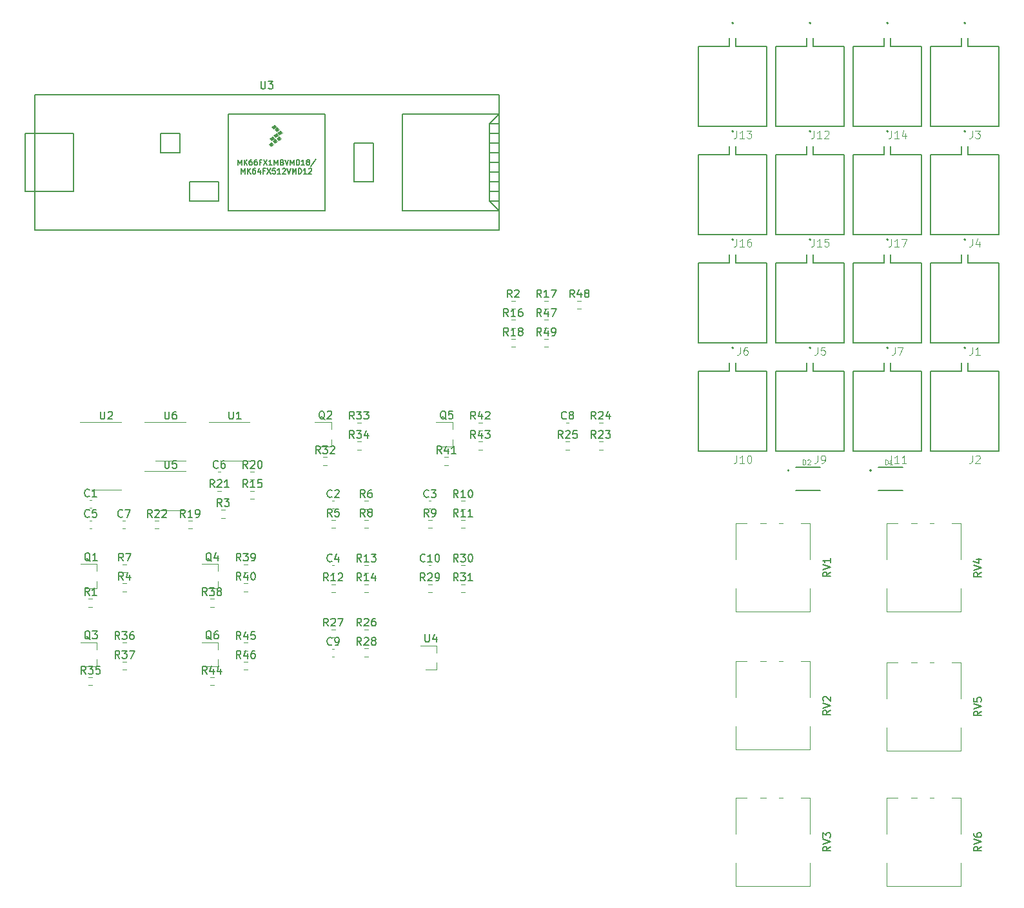
<source format=gbr>
%TF.GenerationSoftware,KiCad,Pcbnew,(5.1.6-0-10_14)*%
%TF.CreationDate,2021-03-24T18:08:36-04:00*%
%TF.ProjectId,lowstepper_hardware,6c6f7773-7465-4707-9065-725f68617264,rev?*%
%TF.SameCoordinates,Original*%
%TF.FileFunction,Legend,Top*%
%TF.FilePolarity,Positive*%
%FSLAX46Y46*%
G04 Gerber Fmt 4.6, Leading zero omitted, Abs format (unit mm)*
G04 Created by KiCad (PCBNEW (5.1.6-0-10_14)) date 2021-03-24 18:08:36*
%MOMM*%
%LPD*%
G01*
G04 APERTURE LIST*
%ADD10C,0.120000*%
%ADD11C,0.127000*%
%ADD12C,0.200000*%
%ADD13C,0.100000*%
%ADD14C,0.150000*%
%ADD15C,0.015000*%
G04 APERTURE END LIST*
D10*
%TO.C,R49*%
X215550276Y-70537500D02*
X216059724Y-70537500D01*
X215550276Y-71582500D02*
X216059724Y-71582500D01*
%TO.C,R48*%
X219900276Y-65517500D02*
X220409724Y-65517500D01*
X219900276Y-66562500D02*
X220409724Y-66562500D01*
%TO.C,R47*%
X215550276Y-68027500D02*
X216059724Y-68027500D01*
X215550276Y-69072500D02*
X216059724Y-69072500D01*
%TO.C,R18*%
X211200276Y-70537500D02*
X211709724Y-70537500D01*
X211200276Y-71582500D02*
X211709724Y-71582500D01*
%TO.C,R17*%
X215550276Y-65517500D02*
X216059724Y-65517500D01*
X215550276Y-66562500D02*
X216059724Y-66562500D01*
%TO.C,R16*%
X211200276Y-68027500D02*
X211709724Y-68027500D01*
X211200276Y-69072500D02*
X211709724Y-69072500D01*
%TO.C,R2*%
X211200276Y-65517500D02*
X211709724Y-65517500D01*
X211200276Y-66562500D02*
X211709724Y-66562500D01*
D11*
%TO.C,J17*%
X265104000Y-56800000D02*
X256104000Y-56800000D01*
X265104000Y-56800000D02*
X265104000Y-46300000D01*
X265104000Y-46300000D02*
X261004000Y-46300000D01*
X260204000Y-46300000D02*
X256104000Y-46300000D01*
X256104000Y-46300000D02*
X256104000Y-56800000D01*
X261004000Y-46300000D02*
X261004000Y-45195000D01*
X260204000Y-45195000D02*
X260204000Y-46300000D01*
D12*
X260704000Y-43250000D02*
G75*
G03*
X260704000Y-43250000I-100000J0D01*
G01*
D11*
%TO.C,J16*%
X244784000Y-56800000D02*
X235784000Y-56800000D01*
X244784000Y-56800000D02*
X244784000Y-46300000D01*
X244784000Y-46300000D02*
X240684000Y-46300000D01*
X239884000Y-46300000D02*
X235784000Y-46300000D01*
X235784000Y-46300000D02*
X235784000Y-56800000D01*
X240684000Y-46300000D02*
X240684000Y-45195000D01*
X239884000Y-45195000D02*
X239884000Y-46300000D01*
D12*
X240384000Y-43250000D02*
G75*
G03*
X240384000Y-43250000I-100000J0D01*
G01*
D11*
%TO.C,J15*%
X254944000Y-56800000D02*
X245944000Y-56800000D01*
X254944000Y-56800000D02*
X254944000Y-46300000D01*
X254944000Y-46300000D02*
X250844000Y-46300000D01*
X250044000Y-46300000D02*
X245944000Y-46300000D01*
X245944000Y-46300000D02*
X245944000Y-56800000D01*
X250844000Y-46300000D02*
X250844000Y-45195000D01*
X250044000Y-45195000D02*
X250044000Y-46300000D01*
D12*
X250544000Y-43250000D02*
G75*
G03*
X250544000Y-43250000I-100000J0D01*
G01*
D11*
%TO.C,J14*%
X265104000Y-42576000D02*
X256104000Y-42576000D01*
X265104000Y-42576000D02*
X265104000Y-32076000D01*
X265104000Y-32076000D02*
X261004000Y-32076000D01*
X260204000Y-32076000D02*
X256104000Y-32076000D01*
X256104000Y-32076000D02*
X256104000Y-42576000D01*
X261004000Y-32076000D02*
X261004000Y-30971000D01*
X260204000Y-30971000D02*
X260204000Y-32076000D01*
D12*
X260704000Y-29026000D02*
G75*
G03*
X260704000Y-29026000I-100000J0D01*
G01*
D11*
%TO.C,J13*%
X244784000Y-42576000D02*
X235784000Y-42576000D01*
X244784000Y-42576000D02*
X244784000Y-32076000D01*
X244784000Y-32076000D02*
X240684000Y-32076000D01*
X239884000Y-32076000D02*
X235784000Y-32076000D01*
X235784000Y-32076000D02*
X235784000Y-42576000D01*
X240684000Y-32076000D02*
X240684000Y-30971000D01*
X239884000Y-30971000D02*
X239884000Y-32076000D01*
D12*
X240384000Y-29026000D02*
G75*
G03*
X240384000Y-29026000I-100000J0D01*
G01*
D11*
%TO.C,J12*%
X254944000Y-42576000D02*
X245944000Y-42576000D01*
X254944000Y-42576000D02*
X254944000Y-32076000D01*
X254944000Y-32076000D02*
X250844000Y-32076000D01*
X250044000Y-32076000D02*
X245944000Y-32076000D01*
X245944000Y-32076000D02*
X245944000Y-42576000D01*
X250844000Y-32076000D02*
X250844000Y-30971000D01*
X250044000Y-30971000D02*
X250044000Y-32076000D01*
D12*
X250544000Y-29026000D02*
G75*
G03*
X250544000Y-29026000I-100000J0D01*
G01*
D11*
%TO.C,J11*%
X265104000Y-85248000D02*
X256104000Y-85248000D01*
X265104000Y-85248000D02*
X265104000Y-74748000D01*
X265104000Y-74748000D02*
X261004000Y-74748000D01*
X260204000Y-74748000D02*
X256104000Y-74748000D01*
X256104000Y-74748000D02*
X256104000Y-85248000D01*
X261004000Y-74748000D02*
X261004000Y-73643000D01*
X260204000Y-73643000D02*
X260204000Y-74748000D01*
D12*
X260704000Y-71698000D02*
G75*
G03*
X260704000Y-71698000I-100000J0D01*
G01*
D11*
%TO.C,J10*%
X244784000Y-85248000D02*
X235784000Y-85248000D01*
X244784000Y-85248000D02*
X244784000Y-74748000D01*
X244784000Y-74748000D02*
X240684000Y-74748000D01*
X239884000Y-74748000D02*
X235784000Y-74748000D01*
X235784000Y-74748000D02*
X235784000Y-85248000D01*
X240684000Y-74748000D02*
X240684000Y-73643000D01*
X239884000Y-73643000D02*
X239884000Y-74748000D01*
D12*
X240384000Y-71698000D02*
G75*
G03*
X240384000Y-71698000I-100000J0D01*
G01*
D11*
%TO.C,J9*%
X254944000Y-85248000D02*
X245944000Y-85248000D01*
X254944000Y-85248000D02*
X254944000Y-74748000D01*
X254944000Y-74748000D02*
X250844000Y-74748000D01*
X250044000Y-74748000D02*
X245944000Y-74748000D01*
X245944000Y-74748000D02*
X245944000Y-85248000D01*
X250844000Y-74748000D02*
X250844000Y-73643000D01*
X250044000Y-73643000D02*
X250044000Y-74748000D01*
D12*
X250544000Y-71698000D02*
G75*
G03*
X250544000Y-71698000I-100000J0D01*
G01*
D11*
%TO.C,J7*%
X265104000Y-71024000D02*
X256104000Y-71024000D01*
X265104000Y-71024000D02*
X265104000Y-60524000D01*
X265104000Y-60524000D02*
X261004000Y-60524000D01*
X260204000Y-60524000D02*
X256104000Y-60524000D01*
X256104000Y-60524000D02*
X256104000Y-71024000D01*
X261004000Y-60524000D02*
X261004000Y-59419000D01*
X260204000Y-59419000D02*
X260204000Y-60524000D01*
D12*
X260704000Y-57474000D02*
G75*
G03*
X260704000Y-57474000I-100000J0D01*
G01*
D11*
%TO.C,J6*%
X244784000Y-71024000D02*
X235784000Y-71024000D01*
X244784000Y-71024000D02*
X244784000Y-60524000D01*
X244784000Y-60524000D02*
X240684000Y-60524000D01*
X239884000Y-60524000D02*
X235784000Y-60524000D01*
X235784000Y-60524000D02*
X235784000Y-71024000D01*
X240684000Y-60524000D02*
X240684000Y-59419000D01*
X239884000Y-59419000D02*
X239884000Y-60524000D01*
D12*
X240384000Y-57474000D02*
G75*
G03*
X240384000Y-57474000I-100000J0D01*
G01*
D11*
%TO.C,J5*%
X254944000Y-71024000D02*
X245944000Y-71024000D01*
X254944000Y-71024000D02*
X254944000Y-60524000D01*
X254944000Y-60524000D02*
X250844000Y-60524000D01*
X250044000Y-60524000D02*
X245944000Y-60524000D01*
X245944000Y-60524000D02*
X245944000Y-71024000D01*
X250844000Y-60524000D02*
X250844000Y-59419000D01*
X250044000Y-59419000D02*
X250044000Y-60524000D01*
D12*
X250544000Y-57474000D02*
G75*
G03*
X250544000Y-57474000I-100000J0D01*
G01*
D11*
%TO.C,J4*%
X275264000Y-56800000D02*
X266264000Y-56800000D01*
X275264000Y-56800000D02*
X275264000Y-46300000D01*
X275264000Y-46300000D02*
X271164000Y-46300000D01*
X270364000Y-46300000D02*
X266264000Y-46300000D01*
X266264000Y-46300000D02*
X266264000Y-56800000D01*
X271164000Y-46300000D02*
X271164000Y-45195000D01*
X270364000Y-45195000D02*
X270364000Y-46300000D01*
D12*
X270864000Y-43250000D02*
G75*
G03*
X270864000Y-43250000I-100000J0D01*
G01*
D11*
%TO.C,J3*%
X275264000Y-42576000D02*
X266264000Y-42576000D01*
X275264000Y-42576000D02*
X275264000Y-32076000D01*
X275264000Y-32076000D02*
X271164000Y-32076000D01*
X270364000Y-32076000D02*
X266264000Y-32076000D01*
X266264000Y-32076000D02*
X266264000Y-42576000D01*
X271164000Y-32076000D02*
X271164000Y-30971000D01*
X270364000Y-30971000D02*
X270364000Y-32076000D01*
D12*
X270864000Y-29026000D02*
G75*
G03*
X270864000Y-29026000I-100000J0D01*
G01*
D11*
%TO.C,J2*%
X275264000Y-85248000D02*
X266264000Y-85248000D01*
X275264000Y-85248000D02*
X275264000Y-74748000D01*
X275264000Y-74748000D02*
X271164000Y-74748000D01*
X270364000Y-74748000D02*
X266264000Y-74748000D01*
X266264000Y-74748000D02*
X266264000Y-85248000D01*
X271164000Y-74748000D02*
X271164000Y-73643000D01*
X270364000Y-73643000D02*
X270364000Y-74748000D01*
D12*
X270864000Y-71698000D02*
G75*
G03*
X270864000Y-71698000I-100000J0D01*
G01*
D11*
%TO.C,J1*%
X275264000Y-71024000D02*
X266264000Y-71024000D01*
X275264000Y-71024000D02*
X275264000Y-60524000D01*
X275264000Y-60524000D02*
X271164000Y-60524000D01*
X270364000Y-60524000D02*
X266264000Y-60524000D01*
X266264000Y-60524000D02*
X266264000Y-71024000D01*
X271164000Y-60524000D02*
X271164000Y-59419000D01*
X270364000Y-59419000D02*
X270364000Y-60524000D01*
D12*
X270864000Y-57474000D02*
G75*
G03*
X270864000Y-57474000I-100000J0D01*
G01*
D11*
%TO.C,D2*%
X248590000Y-90400000D02*
X251790000Y-90400000D01*
X248590000Y-87400000D02*
X251790000Y-87400000D01*
D12*
X247690000Y-87800000D02*
G75*
G03*
X247690000Y-87800000I-100000J0D01*
G01*
D11*
%TO.C,D1*%
X259385000Y-90400000D02*
X262585000Y-90400000D01*
X259385000Y-87400000D02*
X262585000Y-87400000D01*
D12*
X258485000Y-87800000D02*
G75*
G03*
X258485000Y-87800000I-100000J0D01*
G01*
D10*
%TO.C,U6*%
X166480001Y-86565001D02*
X168430001Y-86565001D01*
X166480001Y-86565001D02*
X164530001Y-86565001D01*
X166480001Y-81445001D02*
X168430001Y-81445001D01*
X166480001Y-81445001D02*
X163030001Y-81445001D01*
%TO.C,U5*%
X166480001Y-93015001D02*
X168430001Y-93015001D01*
X166480001Y-93015001D02*
X164530001Y-93015001D01*
X166480001Y-87895001D02*
X168430001Y-87895001D01*
X166480001Y-87895001D02*
X163030001Y-87895001D01*
%TO.C,U2*%
X158030001Y-90320001D02*
X159980001Y-90320001D01*
X158030001Y-90320001D02*
X156080001Y-90320001D01*
X158030001Y-81450001D02*
X159980001Y-81450001D01*
X158030001Y-81450001D02*
X154580001Y-81450001D01*
%TO.C,U1*%
X174930001Y-86565001D02*
X176880001Y-86565001D01*
X174930001Y-86565001D02*
X172980001Y-86565001D01*
X174930001Y-81445001D02*
X176880001Y-81445001D01*
X174930001Y-81445001D02*
X171480001Y-81445001D01*
%TO.C,R46*%
X176095277Y-112942501D02*
X176604725Y-112942501D01*
X176095277Y-113987501D02*
X176604725Y-113987501D01*
%TO.C,R45*%
X176095277Y-110432501D02*
X176604725Y-110432501D01*
X176095277Y-111477501D02*
X176604725Y-111477501D01*
%TO.C,R44*%
X171645277Y-114982501D02*
X172154725Y-114982501D01*
X171645277Y-116027501D02*
X172154725Y-116027501D01*
%TO.C,R43*%
X206885277Y-84022501D02*
X207394725Y-84022501D01*
X206885277Y-85067501D02*
X207394725Y-85067501D01*
%TO.C,R42*%
X206885277Y-81512501D02*
X207394725Y-81512501D01*
X206885277Y-82557501D02*
X207394725Y-82557501D01*
%TO.C,R41*%
X202435277Y-86062501D02*
X202944725Y-86062501D01*
X202435277Y-87107501D02*
X202944725Y-87107501D01*
%TO.C,R40*%
X176095277Y-102652501D02*
X176604725Y-102652501D01*
X176095277Y-103697501D02*
X176604725Y-103697501D01*
%TO.C,R39*%
X176095277Y-100142501D02*
X176604725Y-100142501D01*
X176095277Y-101187501D02*
X176604725Y-101187501D01*
%TO.C,R38*%
X171645277Y-104692501D02*
X172154725Y-104692501D01*
X171645277Y-105737501D02*
X172154725Y-105737501D01*
%TO.C,R37*%
X160175277Y-112942501D02*
X160684725Y-112942501D01*
X160175277Y-113987501D02*
X160684725Y-113987501D01*
%TO.C,R36*%
X160175277Y-110432501D02*
X160684725Y-110432501D01*
X160175277Y-111477501D02*
X160684725Y-111477501D01*
%TO.C,R35*%
X155725277Y-114982501D02*
X156234725Y-114982501D01*
X155725277Y-116027501D02*
X156234725Y-116027501D01*
%TO.C,R34*%
X190965277Y-84022501D02*
X191474725Y-84022501D01*
X190965277Y-85067501D02*
X191474725Y-85067501D01*
%TO.C,R33*%
X190965277Y-81512501D02*
X191474725Y-81512501D01*
X190965277Y-82557501D02*
X191474725Y-82557501D01*
%TO.C,R32*%
X186515277Y-86062501D02*
X187024725Y-86062501D01*
X186515277Y-87107501D02*
X187024725Y-87107501D01*
%TO.C,R31*%
X204615277Y-102762501D02*
X205124725Y-102762501D01*
X204615277Y-103807501D02*
X205124725Y-103807501D01*
%TO.C,R30*%
X204615277Y-100252501D02*
X205124725Y-100252501D01*
X204615277Y-101297501D02*
X205124725Y-101297501D01*
%TO.C,R29*%
X200265277Y-102762501D02*
X200774725Y-102762501D01*
X200265277Y-103807501D02*
X200774725Y-103807501D01*
%TO.C,R28*%
X191915277Y-111212501D02*
X192424725Y-111212501D01*
X191915277Y-112257501D02*
X192424725Y-112257501D01*
%TO.C,R27*%
X187565277Y-108702501D02*
X188074725Y-108702501D01*
X187565277Y-109747501D02*
X188074725Y-109747501D01*
%TO.C,R26*%
X191915277Y-108702501D02*
X192424725Y-108702501D01*
X191915277Y-109747501D02*
X192424725Y-109747501D01*
%TO.C,R25*%
X218355277Y-84022501D02*
X218864725Y-84022501D01*
X218355277Y-85067501D02*
X218864725Y-85067501D01*
%TO.C,R24*%
X222705277Y-81512501D02*
X223214725Y-81512501D01*
X222705277Y-82557501D02*
X223214725Y-82557501D01*
%TO.C,R23*%
X222705277Y-84022501D02*
X223214725Y-84022501D01*
X222705277Y-85067501D02*
X223214725Y-85067501D01*
%TO.C,R22*%
X164425277Y-94412501D02*
X164934725Y-94412501D01*
X164425277Y-95457501D02*
X164934725Y-95457501D01*
%TO.C,R21*%
X172625277Y-90472501D02*
X173134725Y-90472501D01*
X172625277Y-91517501D02*
X173134725Y-91517501D01*
%TO.C,R20*%
X176975277Y-87962501D02*
X177484725Y-87962501D01*
X176975277Y-89007501D02*
X177484725Y-89007501D01*
%TO.C,R19*%
X168775277Y-94412501D02*
X169284725Y-94412501D01*
X168775277Y-95457501D02*
X169284725Y-95457501D01*
%TO.C,R15*%
X176975277Y-90472501D02*
X177484725Y-90472501D01*
X176975277Y-91517501D02*
X177484725Y-91517501D01*
%TO.C,R14*%
X191915277Y-102762501D02*
X192424725Y-102762501D01*
X191915277Y-103807501D02*
X192424725Y-103807501D01*
%TO.C,R13*%
X191915277Y-100252501D02*
X192424725Y-100252501D01*
X191915277Y-101297501D02*
X192424725Y-101297501D01*
%TO.C,R12*%
X187565277Y-102762501D02*
X188074725Y-102762501D01*
X187565277Y-103807501D02*
X188074725Y-103807501D01*
%TO.C,R11*%
X204615277Y-94312501D02*
X205124725Y-94312501D01*
X204615277Y-95357501D02*
X205124725Y-95357501D01*
%TO.C,R10*%
X204615277Y-91802501D02*
X205124725Y-91802501D01*
X204615277Y-92847501D02*
X205124725Y-92847501D01*
%TO.C,R9*%
X200265277Y-94312501D02*
X200774725Y-94312501D01*
X200265277Y-95357501D02*
X200774725Y-95357501D01*
%TO.C,R8*%
X191915277Y-94312501D02*
X192424725Y-94312501D01*
X191915277Y-95357501D02*
X192424725Y-95357501D01*
%TO.C,R7*%
X160175277Y-100142501D02*
X160684725Y-100142501D01*
X160175277Y-101187501D02*
X160684725Y-101187501D01*
%TO.C,R6*%
X191915277Y-91802501D02*
X192424725Y-91802501D01*
X191915277Y-92847501D02*
X192424725Y-92847501D01*
%TO.C,R5*%
X187565277Y-94312501D02*
X188074725Y-94312501D01*
X187565277Y-95357501D02*
X188074725Y-95357501D01*
%TO.C,R4*%
X160175277Y-102652501D02*
X160684725Y-102652501D01*
X160175277Y-103697501D02*
X160684725Y-103697501D01*
%TO.C,R3*%
X173125277Y-92982501D02*
X173634725Y-92982501D01*
X173125277Y-94027501D02*
X173634725Y-94027501D01*
%TO.C,R1*%
X155725277Y-104692501D02*
X156234725Y-104692501D01*
X155725277Y-105737501D02*
X156234725Y-105737501D01*
%TO.C,Q6*%
X172710001Y-113555001D02*
X172710001Y-112625001D01*
X172710001Y-110395001D02*
X172710001Y-111325001D01*
X172710001Y-110395001D02*
X170550001Y-110395001D01*
X172710001Y-113555001D02*
X171250001Y-113555001D01*
%TO.C,Q5*%
X203500001Y-84635001D02*
X203500001Y-83705001D01*
X203500001Y-81475001D02*
X203500001Y-82405001D01*
X203500001Y-81475001D02*
X201340001Y-81475001D01*
X203500001Y-84635001D02*
X202040001Y-84635001D01*
%TO.C,Q4*%
X172710001Y-103265001D02*
X172710001Y-102335001D01*
X172710001Y-100105001D02*
X172710001Y-101035001D01*
X172710001Y-100105001D02*
X170550001Y-100105001D01*
X172710001Y-103265001D02*
X171250001Y-103265001D01*
%TO.C,Q3*%
X156790001Y-113555001D02*
X156790001Y-112625001D01*
X156790001Y-110395001D02*
X156790001Y-111325001D01*
X156790001Y-110395001D02*
X154630001Y-110395001D01*
X156790001Y-113555001D02*
X155330001Y-113555001D01*
%TO.C,Q2*%
X187580001Y-84635001D02*
X187580001Y-83705001D01*
X187580001Y-81475001D02*
X187580001Y-82405001D01*
X187580001Y-81475001D02*
X185420001Y-81475001D01*
X187580001Y-84635001D02*
X186120001Y-84635001D01*
%TO.C,Q1*%
X156790001Y-103265001D02*
X156790001Y-102335001D01*
X156790001Y-100105001D02*
X156790001Y-101035001D01*
X156790001Y-100105001D02*
X154630001Y-100105001D01*
X156790001Y-103265001D02*
X155330001Y-103265001D01*
%TO.C,C10*%
X200373734Y-100265001D02*
X200666268Y-100265001D01*
X200373734Y-101285001D02*
X200666268Y-101285001D01*
%TO.C,C9*%
X187673734Y-111225001D02*
X187966268Y-111225001D01*
X187673734Y-112245001D02*
X187966268Y-112245001D01*
%TO.C,C8*%
X218463734Y-81525001D02*
X218756268Y-81525001D01*
X218463734Y-82545001D02*
X218756268Y-82545001D01*
%TO.C,C7*%
X160183734Y-94425001D02*
X160476268Y-94425001D01*
X160183734Y-95445001D02*
X160476268Y-95445001D01*
%TO.C,C6*%
X172733734Y-87975001D02*
X173026268Y-87975001D01*
X172733734Y-88995001D02*
X173026268Y-88995001D01*
%TO.C,C5*%
X155833734Y-94425001D02*
X156126268Y-94425001D01*
X155833734Y-95445001D02*
X156126268Y-95445001D01*
%TO.C,C4*%
X187673734Y-100265001D02*
X187966268Y-100265001D01*
X187673734Y-101285001D02*
X187966268Y-101285001D01*
%TO.C,C3*%
X200373734Y-91815001D02*
X200666268Y-91815001D01*
X200373734Y-92835001D02*
X200666268Y-92835001D01*
%TO.C,C2*%
X187673734Y-91815001D02*
X187966268Y-91815001D01*
X187673734Y-92835001D02*
X187966268Y-92835001D01*
%TO.C,C1*%
X155833734Y-91735001D02*
X156126268Y-91735001D01*
X155833734Y-92755001D02*
X156126268Y-92755001D01*
%TO.C,U4*%
X201420000Y-113975000D02*
X201420000Y-113045000D01*
X201420000Y-110815000D02*
X201420000Y-111745000D01*
X201420000Y-110815000D02*
X199260000Y-110815000D01*
X201420000Y-113975000D02*
X199960000Y-113975000D01*
D13*
%TO.C,U3*%
G36*
X180382000Y-43551000D02*
G01*
X180636000Y-43805000D01*
X180255000Y-44059000D01*
X180001000Y-43805000D01*
X180382000Y-43551000D01*
G37*
X180382000Y-43551000D02*
X180636000Y-43805000D01*
X180255000Y-44059000D01*
X180001000Y-43805000D01*
X180382000Y-43551000D01*
G36*
X180509000Y-42789000D02*
G01*
X180763000Y-43043000D01*
X180382000Y-43297000D01*
X180128000Y-43043000D01*
X180509000Y-42789000D01*
G37*
X180509000Y-42789000D02*
X180763000Y-43043000D01*
X180382000Y-43297000D01*
X180128000Y-43043000D01*
X180509000Y-42789000D01*
G36*
X180763000Y-43932000D02*
G01*
X181017000Y-44186000D01*
X180636000Y-44440000D01*
X180382000Y-44186000D01*
X180763000Y-43932000D01*
G37*
X180763000Y-43932000D02*
X181017000Y-44186000D01*
X180636000Y-44440000D01*
X180382000Y-44186000D01*
X180763000Y-43932000D01*
G36*
X180255000Y-44313000D02*
G01*
X180509000Y-44567000D01*
X180128000Y-44821000D01*
X179874000Y-44567000D01*
X180255000Y-44313000D01*
G37*
X180255000Y-44313000D02*
X180509000Y-44567000D01*
X180128000Y-44821000D01*
X179874000Y-44567000D01*
X180255000Y-44313000D01*
G36*
X180890000Y-43170000D02*
G01*
X181144000Y-43424000D01*
X180763000Y-43678000D01*
X180509000Y-43424000D01*
X180890000Y-43170000D01*
G37*
X180890000Y-43170000D02*
X181144000Y-43424000D01*
X180763000Y-43678000D01*
X180509000Y-43424000D01*
X180890000Y-43170000D01*
G36*
X179747000Y-44694000D02*
G01*
X180001000Y-44948000D01*
X179620000Y-45202000D01*
X179366000Y-44948000D01*
X179747000Y-44694000D01*
G37*
X179747000Y-44694000D02*
X180001000Y-44948000D01*
X179620000Y-45202000D01*
X179366000Y-44948000D01*
X179747000Y-44694000D01*
G36*
X179874000Y-43932000D02*
G01*
X180128000Y-44186000D01*
X179747000Y-44440000D01*
X179493000Y-44186000D01*
X179874000Y-43932000D01*
G37*
X179874000Y-43932000D02*
X180128000Y-44186000D01*
X179747000Y-44440000D01*
X179493000Y-44186000D01*
X179874000Y-43932000D01*
G36*
X180128000Y-42408000D02*
G01*
X180382000Y-42662000D01*
X180001000Y-42916000D01*
X179747000Y-42662000D01*
X180128000Y-42408000D01*
G37*
X180128000Y-42408000D02*
X180382000Y-42662000D01*
X180001000Y-42916000D01*
X179747000Y-42662000D01*
X180128000Y-42408000D01*
D14*
X148632000Y-56251000D02*
X148632000Y-38471000D01*
X209592000Y-38471000D02*
X209592000Y-56251000D01*
X190542000Y-44821000D02*
X193082000Y-44821000D01*
X190542000Y-49901000D02*
X190542000Y-44821000D01*
X193082000Y-49901000D02*
X190542000Y-49901000D01*
X193082000Y-44821000D02*
X193082000Y-49901000D01*
X153712000Y-51171000D02*
X148632000Y-51171000D01*
X153712000Y-43551000D02*
X148632000Y-43551000D01*
X153712000Y-51171000D02*
X153712000Y-43551000D01*
X147362000Y-43551000D02*
X148632000Y-43551000D01*
X147362000Y-51171000D02*
X147362000Y-43551000D01*
X148632000Y-51171000D02*
X147362000Y-51171000D01*
X148632000Y-56251000D02*
X209592000Y-56251000D01*
X209592000Y-38471000D02*
X148632000Y-38471000D01*
X196892000Y-53711000D02*
X209592000Y-53711000D01*
X196892000Y-41011000D02*
X196892000Y-53711000D01*
X209592000Y-41011000D02*
X196892000Y-41011000D01*
X208322000Y-42281000D02*
X209592000Y-41011000D01*
X208322000Y-52441000D02*
X208322000Y-42281000D01*
X209592000Y-53711000D02*
X208322000Y-52441000D01*
X208322000Y-42281000D02*
X209592000Y-42281000D01*
X208322000Y-43551000D02*
X209592000Y-43551000D01*
X208322000Y-44821000D02*
X209592000Y-44821000D01*
X208322000Y-46091000D02*
X209592000Y-46091000D01*
X208322000Y-47361000D02*
X209592000Y-47361000D01*
X208322000Y-48631000D02*
X209592000Y-48631000D01*
X208322000Y-49901000D02*
X209592000Y-49901000D01*
X208322000Y-51171000D02*
X209592000Y-51171000D01*
X208322000Y-52441000D02*
X209592000Y-52441000D01*
X174032000Y-41011000D02*
X186732000Y-41011000D01*
X174032000Y-53711000D02*
X186732000Y-53711000D01*
X174032000Y-41011000D02*
X174032000Y-53711000D01*
X186732000Y-53711000D02*
X186732000Y-41011000D01*
X172762000Y-49901000D02*
X172762000Y-52441000D01*
X168952000Y-49901000D02*
X172762000Y-49901000D01*
X168952000Y-52441000D02*
X168952000Y-49901000D01*
X172762000Y-52441000D02*
X168952000Y-52441000D01*
X167682000Y-43551000D02*
X165142000Y-43551000D01*
X167682000Y-46091000D02*
X167682000Y-43551000D01*
X165142000Y-46091000D02*
X167682000Y-46091000D01*
X165142000Y-43551000D02*
X165142000Y-46091000D01*
D10*
%TO.C,RV6*%
X263683000Y-130801000D02*
X264513000Y-130801000D01*
X266133000Y-130801000D02*
X266663000Y-130801000D01*
X269033000Y-130801000D02*
X270213000Y-130801000D01*
X260473000Y-130801000D02*
X260473000Y-135521000D01*
X270213000Y-139331000D02*
X270213000Y-142391000D01*
X270223000Y-130801000D02*
X270223000Y-135521000D01*
X260473000Y-139331000D02*
X260473000Y-142391000D01*
X260473000Y-130801000D02*
X261963000Y-130801000D01*
X260473000Y-142391000D02*
X270213000Y-142391000D01*
%TO.C,RV5*%
X263683000Y-113021000D02*
X264513000Y-113021000D01*
X266133000Y-113021000D02*
X266663000Y-113021000D01*
X269033000Y-113021000D02*
X270213000Y-113021000D01*
X260473000Y-113021000D02*
X260473000Y-117741000D01*
X270213000Y-121551000D02*
X270213000Y-124611000D01*
X270223000Y-113021000D02*
X270223000Y-117741000D01*
X260473000Y-121551000D02*
X260473000Y-124611000D01*
X260473000Y-113021000D02*
X261963000Y-113021000D01*
X260473000Y-124611000D02*
X270213000Y-124611000D01*
%TO.C,RV4*%
X260473000Y-106363000D02*
X270213000Y-106363000D01*
X260473000Y-94773000D02*
X261963000Y-94773000D01*
X260473000Y-103303000D02*
X260473000Y-106363000D01*
X270223000Y-94773000D02*
X270223000Y-99493000D01*
X270213000Y-103303000D02*
X270213000Y-106363000D01*
X260473000Y-94773000D02*
X260473000Y-99493000D01*
X269033000Y-94773000D02*
X270213000Y-94773000D01*
X266133000Y-94773000D02*
X266663000Y-94773000D01*
X263683000Y-94773000D02*
X264513000Y-94773000D01*
%TO.C,RV3*%
X243871000Y-130801000D02*
X244701000Y-130801000D01*
X246321000Y-130801000D02*
X246851000Y-130801000D01*
X249221000Y-130801000D02*
X250401000Y-130801000D01*
X240661000Y-130801000D02*
X240661000Y-135521000D01*
X250401000Y-139331000D02*
X250401000Y-142391000D01*
X250411000Y-130801000D02*
X250411000Y-135521000D01*
X240661000Y-139331000D02*
X240661000Y-142391000D01*
X240661000Y-130801000D02*
X242151000Y-130801000D01*
X240661000Y-142391000D02*
X250401000Y-142391000D01*
%TO.C,RV2*%
X243871000Y-112894000D02*
X244701000Y-112894000D01*
X246321000Y-112894000D02*
X246851000Y-112894000D01*
X249221000Y-112894000D02*
X250401000Y-112894000D01*
X240661000Y-112894000D02*
X240661000Y-117614000D01*
X250401000Y-121424000D02*
X250401000Y-124484000D01*
X250411000Y-112894000D02*
X250411000Y-117614000D01*
X240661000Y-121424000D02*
X240661000Y-124484000D01*
X240661000Y-112894000D02*
X242151000Y-112894000D01*
X240661000Y-124484000D02*
X250401000Y-124484000D01*
%TO.C,RV1*%
X240661000Y-106323000D02*
X250401000Y-106323000D01*
X240661000Y-94733000D02*
X242151000Y-94733000D01*
X240661000Y-103263000D02*
X240661000Y-106323000D01*
X250411000Y-94733000D02*
X250411000Y-99453000D01*
X250401000Y-103263000D02*
X250401000Y-106323000D01*
X240661000Y-94733000D02*
X240661000Y-99453000D01*
X249221000Y-94733000D02*
X250401000Y-94733000D01*
X246321000Y-94733000D02*
X246851000Y-94733000D01*
X243871000Y-94733000D02*
X244701000Y-94733000D01*
%TO.C,R49*%
D14*
X215162142Y-70082380D02*
X214828809Y-69606190D01*
X214590714Y-70082380D02*
X214590714Y-69082380D01*
X214971666Y-69082380D01*
X215066904Y-69130000D01*
X215114523Y-69177619D01*
X215162142Y-69272857D01*
X215162142Y-69415714D01*
X215114523Y-69510952D01*
X215066904Y-69558571D01*
X214971666Y-69606190D01*
X214590714Y-69606190D01*
X216019285Y-69415714D02*
X216019285Y-70082380D01*
X215781190Y-69034761D02*
X215543095Y-69749047D01*
X216162142Y-69749047D01*
X216590714Y-70082380D02*
X216781190Y-70082380D01*
X216876428Y-70034761D01*
X216924047Y-69987142D01*
X217019285Y-69844285D01*
X217066904Y-69653809D01*
X217066904Y-69272857D01*
X217019285Y-69177619D01*
X216971666Y-69130000D01*
X216876428Y-69082380D01*
X216685952Y-69082380D01*
X216590714Y-69130000D01*
X216543095Y-69177619D01*
X216495476Y-69272857D01*
X216495476Y-69510952D01*
X216543095Y-69606190D01*
X216590714Y-69653809D01*
X216685952Y-69701428D01*
X216876428Y-69701428D01*
X216971666Y-69653809D01*
X217019285Y-69606190D01*
X217066904Y-69510952D01*
%TO.C,R48*%
X219512142Y-65062380D02*
X219178809Y-64586190D01*
X218940714Y-65062380D02*
X218940714Y-64062380D01*
X219321666Y-64062380D01*
X219416904Y-64110000D01*
X219464523Y-64157619D01*
X219512142Y-64252857D01*
X219512142Y-64395714D01*
X219464523Y-64490952D01*
X219416904Y-64538571D01*
X219321666Y-64586190D01*
X218940714Y-64586190D01*
X220369285Y-64395714D02*
X220369285Y-65062380D01*
X220131190Y-64014761D02*
X219893095Y-64729047D01*
X220512142Y-64729047D01*
X221035952Y-64490952D02*
X220940714Y-64443333D01*
X220893095Y-64395714D01*
X220845476Y-64300476D01*
X220845476Y-64252857D01*
X220893095Y-64157619D01*
X220940714Y-64110000D01*
X221035952Y-64062380D01*
X221226428Y-64062380D01*
X221321666Y-64110000D01*
X221369285Y-64157619D01*
X221416904Y-64252857D01*
X221416904Y-64300476D01*
X221369285Y-64395714D01*
X221321666Y-64443333D01*
X221226428Y-64490952D01*
X221035952Y-64490952D01*
X220940714Y-64538571D01*
X220893095Y-64586190D01*
X220845476Y-64681428D01*
X220845476Y-64871904D01*
X220893095Y-64967142D01*
X220940714Y-65014761D01*
X221035952Y-65062380D01*
X221226428Y-65062380D01*
X221321666Y-65014761D01*
X221369285Y-64967142D01*
X221416904Y-64871904D01*
X221416904Y-64681428D01*
X221369285Y-64586190D01*
X221321666Y-64538571D01*
X221226428Y-64490952D01*
%TO.C,R47*%
X215162142Y-67572380D02*
X214828809Y-67096190D01*
X214590714Y-67572380D02*
X214590714Y-66572380D01*
X214971666Y-66572380D01*
X215066904Y-66620000D01*
X215114523Y-66667619D01*
X215162142Y-66762857D01*
X215162142Y-66905714D01*
X215114523Y-67000952D01*
X215066904Y-67048571D01*
X214971666Y-67096190D01*
X214590714Y-67096190D01*
X216019285Y-66905714D02*
X216019285Y-67572380D01*
X215781190Y-66524761D02*
X215543095Y-67239047D01*
X216162142Y-67239047D01*
X216447857Y-66572380D02*
X217114523Y-66572380D01*
X216685952Y-67572380D01*
%TO.C,R18*%
X210812142Y-70082380D02*
X210478809Y-69606190D01*
X210240714Y-70082380D02*
X210240714Y-69082380D01*
X210621666Y-69082380D01*
X210716904Y-69130000D01*
X210764523Y-69177619D01*
X210812142Y-69272857D01*
X210812142Y-69415714D01*
X210764523Y-69510952D01*
X210716904Y-69558571D01*
X210621666Y-69606190D01*
X210240714Y-69606190D01*
X211764523Y-70082380D02*
X211193095Y-70082380D01*
X211478809Y-70082380D02*
X211478809Y-69082380D01*
X211383571Y-69225238D01*
X211288333Y-69320476D01*
X211193095Y-69368095D01*
X212335952Y-69510952D02*
X212240714Y-69463333D01*
X212193095Y-69415714D01*
X212145476Y-69320476D01*
X212145476Y-69272857D01*
X212193095Y-69177619D01*
X212240714Y-69130000D01*
X212335952Y-69082380D01*
X212526428Y-69082380D01*
X212621666Y-69130000D01*
X212669285Y-69177619D01*
X212716904Y-69272857D01*
X212716904Y-69320476D01*
X212669285Y-69415714D01*
X212621666Y-69463333D01*
X212526428Y-69510952D01*
X212335952Y-69510952D01*
X212240714Y-69558571D01*
X212193095Y-69606190D01*
X212145476Y-69701428D01*
X212145476Y-69891904D01*
X212193095Y-69987142D01*
X212240714Y-70034761D01*
X212335952Y-70082380D01*
X212526428Y-70082380D01*
X212621666Y-70034761D01*
X212669285Y-69987142D01*
X212716904Y-69891904D01*
X212716904Y-69701428D01*
X212669285Y-69606190D01*
X212621666Y-69558571D01*
X212526428Y-69510952D01*
%TO.C,R17*%
X215162142Y-65062380D02*
X214828809Y-64586190D01*
X214590714Y-65062380D02*
X214590714Y-64062380D01*
X214971666Y-64062380D01*
X215066904Y-64110000D01*
X215114523Y-64157619D01*
X215162142Y-64252857D01*
X215162142Y-64395714D01*
X215114523Y-64490952D01*
X215066904Y-64538571D01*
X214971666Y-64586190D01*
X214590714Y-64586190D01*
X216114523Y-65062380D02*
X215543095Y-65062380D01*
X215828809Y-65062380D02*
X215828809Y-64062380D01*
X215733571Y-64205238D01*
X215638333Y-64300476D01*
X215543095Y-64348095D01*
X216447857Y-64062380D02*
X217114523Y-64062380D01*
X216685952Y-65062380D01*
%TO.C,R16*%
X210812142Y-67572380D02*
X210478809Y-67096190D01*
X210240714Y-67572380D02*
X210240714Y-66572380D01*
X210621666Y-66572380D01*
X210716904Y-66620000D01*
X210764523Y-66667619D01*
X210812142Y-66762857D01*
X210812142Y-66905714D01*
X210764523Y-67000952D01*
X210716904Y-67048571D01*
X210621666Y-67096190D01*
X210240714Y-67096190D01*
X211764523Y-67572380D02*
X211193095Y-67572380D01*
X211478809Y-67572380D02*
X211478809Y-66572380D01*
X211383571Y-66715238D01*
X211288333Y-66810476D01*
X211193095Y-66858095D01*
X212621666Y-66572380D02*
X212431190Y-66572380D01*
X212335952Y-66620000D01*
X212288333Y-66667619D01*
X212193095Y-66810476D01*
X212145476Y-67000952D01*
X212145476Y-67381904D01*
X212193095Y-67477142D01*
X212240714Y-67524761D01*
X212335952Y-67572380D01*
X212526428Y-67572380D01*
X212621666Y-67524761D01*
X212669285Y-67477142D01*
X212716904Y-67381904D01*
X212716904Y-67143809D01*
X212669285Y-67048571D01*
X212621666Y-67000952D01*
X212526428Y-66953333D01*
X212335952Y-66953333D01*
X212240714Y-67000952D01*
X212193095Y-67048571D01*
X212145476Y-67143809D01*
%TO.C,R2*%
X211288333Y-65062380D02*
X210955000Y-64586190D01*
X210716904Y-65062380D02*
X210716904Y-64062380D01*
X211097857Y-64062380D01*
X211193095Y-64110000D01*
X211240714Y-64157619D01*
X211288333Y-64252857D01*
X211288333Y-64395714D01*
X211240714Y-64490952D01*
X211193095Y-64538571D01*
X211097857Y-64586190D01*
X210716904Y-64586190D01*
X211669285Y-64157619D02*
X211716904Y-64110000D01*
X211812142Y-64062380D01*
X212050238Y-64062380D01*
X212145476Y-64110000D01*
X212193095Y-64157619D01*
X212240714Y-64252857D01*
X212240714Y-64348095D01*
X212193095Y-64490952D01*
X211621666Y-65062380D01*
X212240714Y-65062380D01*
%TO.C,J17*%
D15*
X261119476Y-57387380D02*
X261119476Y-58101666D01*
X261071857Y-58244523D01*
X260976619Y-58339761D01*
X260833761Y-58387380D01*
X260738523Y-58387380D01*
X262119476Y-58387380D02*
X261548047Y-58387380D01*
X261833761Y-58387380D02*
X261833761Y-57387380D01*
X261738523Y-57530238D01*
X261643285Y-57625476D01*
X261548047Y-57673095D01*
X262452809Y-57387380D02*
X263119476Y-57387380D01*
X262690904Y-58387380D01*
%TO.C,J16*%
X240799476Y-57387380D02*
X240799476Y-58101666D01*
X240751857Y-58244523D01*
X240656619Y-58339761D01*
X240513761Y-58387380D01*
X240418523Y-58387380D01*
X241799476Y-58387380D02*
X241228047Y-58387380D01*
X241513761Y-58387380D02*
X241513761Y-57387380D01*
X241418523Y-57530238D01*
X241323285Y-57625476D01*
X241228047Y-57673095D01*
X242656619Y-57387380D02*
X242466142Y-57387380D01*
X242370904Y-57435000D01*
X242323285Y-57482619D01*
X242228047Y-57625476D01*
X242180428Y-57815952D01*
X242180428Y-58196904D01*
X242228047Y-58292142D01*
X242275666Y-58339761D01*
X242370904Y-58387380D01*
X242561380Y-58387380D01*
X242656619Y-58339761D01*
X242704238Y-58292142D01*
X242751857Y-58196904D01*
X242751857Y-57958809D01*
X242704238Y-57863571D01*
X242656619Y-57815952D01*
X242561380Y-57768333D01*
X242370904Y-57768333D01*
X242275666Y-57815952D01*
X242228047Y-57863571D01*
X242180428Y-57958809D01*
%TO.C,J15*%
X250959476Y-57387380D02*
X250959476Y-58101666D01*
X250911857Y-58244523D01*
X250816619Y-58339761D01*
X250673761Y-58387380D01*
X250578523Y-58387380D01*
X251959476Y-58387380D02*
X251388047Y-58387380D01*
X251673761Y-58387380D02*
X251673761Y-57387380D01*
X251578523Y-57530238D01*
X251483285Y-57625476D01*
X251388047Y-57673095D01*
X252864238Y-57387380D02*
X252388047Y-57387380D01*
X252340428Y-57863571D01*
X252388047Y-57815952D01*
X252483285Y-57768333D01*
X252721380Y-57768333D01*
X252816619Y-57815952D01*
X252864238Y-57863571D01*
X252911857Y-57958809D01*
X252911857Y-58196904D01*
X252864238Y-58292142D01*
X252816619Y-58339761D01*
X252721380Y-58387380D01*
X252483285Y-58387380D01*
X252388047Y-58339761D01*
X252340428Y-58292142D01*
%TO.C,J14*%
X261119476Y-43163380D02*
X261119476Y-43877666D01*
X261071857Y-44020523D01*
X260976619Y-44115761D01*
X260833761Y-44163380D01*
X260738523Y-44163380D01*
X262119476Y-44163380D02*
X261548047Y-44163380D01*
X261833761Y-44163380D02*
X261833761Y-43163380D01*
X261738523Y-43306238D01*
X261643285Y-43401476D01*
X261548047Y-43449095D01*
X262976619Y-43496714D02*
X262976619Y-44163380D01*
X262738523Y-43115761D02*
X262500428Y-43830047D01*
X263119476Y-43830047D01*
%TO.C,J13*%
X240799476Y-43163380D02*
X240799476Y-43877666D01*
X240751857Y-44020523D01*
X240656619Y-44115761D01*
X240513761Y-44163380D01*
X240418523Y-44163380D01*
X241799476Y-44163380D02*
X241228047Y-44163380D01*
X241513761Y-44163380D02*
X241513761Y-43163380D01*
X241418523Y-43306238D01*
X241323285Y-43401476D01*
X241228047Y-43449095D01*
X242132809Y-43163380D02*
X242751857Y-43163380D01*
X242418523Y-43544333D01*
X242561380Y-43544333D01*
X242656619Y-43591952D01*
X242704238Y-43639571D01*
X242751857Y-43734809D01*
X242751857Y-43972904D01*
X242704238Y-44068142D01*
X242656619Y-44115761D01*
X242561380Y-44163380D01*
X242275666Y-44163380D01*
X242180428Y-44115761D01*
X242132809Y-44068142D01*
%TO.C,J12*%
X250959476Y-43163380D02*
X250959476Y-43877666D01*
X250911857Y-44020523D01*
X250816619Y-44115761D01*
X250673761Y-44163380D01*
X250578523Y-44163380D01*
X251959476Y-44163380D02*
X251388047Y-44163380D01*
X251673761Y-44163380D02*
X251673761Y-43163380D01*
X251578523Y-43306238D01*
X251483285Y-43401476D01*
X251388047Y-43449095D01*
X252340428Y-43258619D02*
X252388047Y-43211000D01*
X252483285Y-43163380D01*
X252721380Y-43163380D01*
X252816619Y-43211000D01*
X252864238Y-43258619D01*
X252911857Y-43353857D01*
X252911857Y-43449095D01*
X252864238Y-43591952D01*
X252292809Y-44163380D01*
X252911857Y-44163380D01*
%TO.C,J11*%
X261119476Y-85835380D02*
X261119476Y-86549666D01*
X261071857Y-86692523D01*
X260976619Y-86787761D01*
X260833761Y-86835380D01*
X260738523Y-86835380D01*
X262119476Y-86835380D02*
X261548047Y-86835380D01*
X261833761Y-86835380D02*
X261833761Y-85835380D01*
X261738523Y-85978238D01*
X261643285Y-86073476D01*
X261548047Y-86121095D01*
X263071857Y-86835380D02*
X262500428Y-86835380D01*
X262786142Y-86835380D02*
X262786142Y-85835380D01*
X262690904Y-85978238D01*
X262595666Y-86073476D01*
X262500428Y-86121095D01*
%TO.C,J10*%
X240799476Y-85835380D02*
X240799476Y-86549666D01*
X240751857Y-86692523D01*
X240656619Y-86787761D01*
X240513761Y-86835380D01*
X240418523Y-86835380D01*
X241799476Y-86835380D02*
X241228047Y-86835380D01*
X241513761Y-86835380D02*
X241513761Y-85835380D01*
X241418523Y-85978238D01*
X241323285Y-86073476D01*
X241228047Y-86121095D01*
X242418523Y-85835380D02*
X242513761Y-85835380D01*
X242609000Y-85883000D01*
X242656619Y-85930619D01*
X242704238Y-86025857D01*
X242751857Y-86216333D01*
X242751857Y-86454428D01*
X242704238Y-86644904D01*
X242656619Y-86740142D01*
X242609000Y-86787761D01*
X242513761Y-86835380D01*
X242418523Y-86835380D01*
X242323285Y-86787761D01*
X242275666Y-86740142D01*
X242228047Y-86644904D01*
X242180428Y-86454428D01*
X242180428Y-86216333D01*
X242228047Y-86025857D01*
X242275666Y-85930619D01*
X242323285Y-85883000D01*
X242418523Y-85835380D01*
%TO.C,J9*%
X251435666Y-85835380D02*
X251435666Y-86549666D01*
X251388047Y-86692523D01*
X251292809Y-86787761D01*
X251149952Y-86835380D01*
X251054714Y-86835380D01*
X251959476Y-86835380D02*
X252149952Y-86835380D01*
X252245190Y-86787761D01*
X252292809Y-86740142D01*
X252388047Y-86597285D01*
X252435666Y-86406809D01*
X252435666Y-86025857D01*
X252388047Y-85930619D01*
X252340428Y-85883000D01*
X252245190Y-85835380D01*
X252054714Y-85835380D01*
X251959476Y-85883000D01*
X251911857Y-85930619D01*
X251864238Y-86025857D01*
X251864238Y-86263952D01*
X251911857Y-86359190D01*
X251959476Y-86406809D01*
X252054714Y-86454428D01*
X252245190Y-86454428D01*
X252340428Y-86406809D01*
X252388047Y-86359190D01*
X252435666Y-86263952D01*
%TO.C,J7*%
X261595666Y-71611380D02*
X261595666Y-72325666D01*
X261548047Y-72468523D01*
X261452809Y-72563761D01*
X261309952Y-72611380D01*
X261214714Y-72611380D01*
X261976619Y-71611380D02*
X262643285Y-71611380D01*
X262214714Y-72611380D01*
%TO.C,J6*%
X241275666Y-71611380D02*
X241275666Y-72325666D01*
X241228047Y-72468523D01*
X241132809Y-72563761D01*
X240989952Y-72611380D01*
X240894714Y-72611380D01*
X242180428Y-71611380D02*
X241989952Y-71611380D01*
X241894714Y-71659000D01*
X241847095Y-71706619D01*
X241751857Y-71849476D01*
X241704238Y-72039952D01*
X241704238Y-72420904D01*
X241751857Y-72516142D01*
X241799476Y-72563761D01*
X241894714Y-72611380D01*
X242085190Y-72611380D01*
X242180428Y-72563761D01*
X242228047Y-72516142D01*
X242275666Y-72420904D01*
X242275666Y-72182809D01*
X242228047Y-72087571D01*
X242180428Y-72039952D01*
X242085190Y-71992333D01*
X241894714Y-71992333D01*
X241799476Y-72039952D01*
X241751857Y-72087571D01*
X241704238Y-72182809D01*
%TO.C,J5*%
X251435666Y-71611380D02*
X251435666Y-72325666D01*
X251388047Y-72468523D01*
X251292809Y-72563761D01*
X251149952Y-72611380D01*
X251054714Y-72611380D01*
X252388047Y-71611380D02*
X251911857Y-71611380D01*
X251864238Y-72087571D01*
X251911857Y-72039952D01*
X252007095Y-71992333D01*
X252245190Y-71992333D01*
X252340428Y-72039952D01*
X252388047Y-72087571D01*
X252435666Y-72182809D01*
X252435666Y-72420904D01*
X252388047Y-72516142D01*
X252340428Y-72563761D01*
X252245190Y-72611380D01*
X252007095Y-72611380D01*
X251911857Y-72563761D01*
X251864238Y-72516142D01*
%TO.C,J4*%
X271755666Y-57387380D02*
X271755666Y-58101666D01*
X271708047Y-58244523D01*
X271612809Y-58339761D01*
X271469952Y-58387380D01*
X271374714Y-58387380D01*
X272660428Y-57720714D02*
X272660428Y-58387380D01*
X272422333Y-57339761D02*
X272184238Y-58054047D01*
X272803285Y-58054047D01*
%TO.C,J3*%
X271755666Y-43163380D02*
X271755666Y-43877666D01*
X271708047Y-44020523D01*
X271612809Y-44115761D01*
X271469952Y-44163380D01*
X271374714Y-44163380D01*
X272136619Y-43163380D02*
X272755666Y-43163380D01*
X272422333Y-43544333D01*
X272565190Y-43544333D01*
X272660428Y-43591952D01*
X272708047Y-43639571D01*
X272755666Y-43734809D01*
X272755666Y-43972904D01*
X272708047Y-44068142D01*
X272660428Y-44115761D01*
X272565190Y-44163380D01*
X272279476Y-44163380D01*
X272184238Y-44115761D01*
X272136619Y-44068142D01*
%TO.C,J2*%
X271755666Y-85835380D02*
X271755666Y-86549666D01*
X271708047Y-86692523D01*
X271612809Y-86787761D01*
X271469952Y-86835380D01*
X271374714Y-86835380D01*
X272184238Y-85930619D02*
X272231857Y-85883000D01*
X272327095Y-85835380D01*
X272565190Y-85835380D01*
X272660428Y-85883000D01*
X272708047Y-85930619D01*
X272755666Y-86025857D01*
X272755666Y-86121095D01*
X272708047Y-86263952D01*
X272136619Y-86835380D01*
X272755666Y-86835380D01*
%TO.C,J1*%
X271755666Y-71611380D02*
X271755666Y-72325666D01*
X271708047Y-72468523D01*
X271612809Y-72563761D01*
X271469952Y-72611380D01*
X271374714Y-72611380D01*
X272755666Y-72611380D02*
X272184238Y-72611380D01*
X272469952Y-72611380D02*
X272469952Y-71611380D01*
X272374714Y-71754238D01*
X272279476Y-71849476D01*
X272184238Y-71897095D01*
%TO.C,D2*%
X249499619Y-87033123D02*
X249499619Y-86393123D01*
X249652000Y-86393123D01*
X249743428Y-86423600D01*
X249804380Y-86484552D01*
X249834857Y-86545504D01*
X249865333Y-86667409D01*
X249865333Y-86758838D01*
X249834857Y-86880742D01*
X249804380Y-86941695D01*
X249743428Y-87002647D01*
X249652000Y-87033123D01*
X249499619Y-87033123D01*
X250109142Y-86454076D02*
X250139619Y-86423600D01*
X250200571Y-86393123D01*
X250352952Y-86393123D01*
X250413904Y-86423600D01*
X250444380Y-86454076D01*
X250474857Y-86515028D01*
X250474857Y-86575980D01*
X250444380Y-86667409D01*
X250078666Y-87033123D01*
X250474857Y-87033123D01*
%TO.C,D1*%
X260294619Y-87033123D02*
X260294619Y-86393123D01*
X260447000Y-86393123D01*
X260538428Y-86423600D01*
X260599380Y-86484552D01*
X260629857Y-86545504D01*
X260660333Y-86667409D01*
X260660333Y-86758838D01*
X260629857Y-86880742D01*
X260599380Y-86941695D01*
X260538428Y-87002647D01*
X260447000Y-87033123D01*
X260294619Y-87033123D01*
X261269857Y-87033123D02*
X260904142Y-87033123D01*
X261087000Y-87033123D02*
X261087000Y-86393123D01*
X261026047Y-86484552D01*
X260965095Y-86545504D01*
X260904142Y-86575980D01*
%TO.C,U6*%
D14*
X165718096Y-80057381D02*
X165718096Y-80866905D01*
X165765715Y-80962143D01*
X165813334Y-81009762D01*
X165908572Y-81057381D01*
X166099048Y-81057381D01*
X166194286Y-81009762D01*
X166241905Y-80962143D01*
X166289524Y-80866905D01*
X166289524Y-80057381D01*
X167194286Y-80057381D02*
X167003810Y-80057381D01*
X166908572Y-80105001D01*
X166860953Y-80152620D01*
X166765715Y-80295477D01*
X166718096Y-80485953D01*
X166718096Y-80866905D01*
X166765715Y-80962143D01*
X166813334Y-81009762D01*
X166908572Y-81057381D01*
X167099048Y-81057381D01*
X167194286Y-81009762D01*
X167241905Y-80962143D01*
X167289524Y-80866905D01*
X167289524Y-80628810D01*
X167241905Y-80533572D01*
X167194286Y-80485953D01*
X167099048Y-80438334D01*
X166908572Y-80438334D01*
X166813334Y-80485953D01*
X166765715Y-80533572D01*
X166718096Y-80628810D01*
%TO.C,U5*%
X165718096Y-86507381D02*
X165718096Y-87316905D01*
X165765715Y-87412143D01*
X165813334Y-87459762D01*
X165908572Y-87507381D01*
X166099048Y-87507381D01*
X166194286Y-87459762D01*
X166241905Y-87412143D01*
X166289524Y-87316905D01*
X166289524Y-86507381D01*
X167241905Y-86507381D02*
X166765715Y-86507381D01*
X166718096Y-86983572D01*
X166765715Y-86935953D01*
X166860953Y-86888334D01*
X167099048Y-86888334D01*
X167194286Y-86935953D01*
X167241905Y-86983572D01*
X167289524Y-87078810D01*
X167289524Y-87316905D01*
X167241905Y-87412143D01*
X167194286Y-87459762D01*
X167099048Y-87507381D01*
X166860953Y-87507381D01*
X166765715Y-87459762D01*
X166718096Y-87412143D01*
%TO.C,U2*%
X157268096Y-80057381D02*
X157268096Y-80866905D01*
X157315715Y-80962143D01*
X157363334Y-81009762D01*
X157458572Y-81057381D01*
X157649048Y-81057381D01*
X157744286Y-81009762D01*
X157791905Y-80962143D01*
X157839524Y-80866905D01*
X157839524Y-80057381D01*
X158268096Y-80152620D02*
X158315715Y-80105001D01*
X158410953Y-80057381D01*
X158649048Y-80057381D01*
X158744286Y-80105001D01*
X158791905Y-80152620D01*
X158839524Y-80247858D01*
X158839524Y-80343096D01*
X158791905Y-80485953D01*
X158220477Y-81057381D01*
X158839524Y-81057381D01*
%TO.C,U1*%
X174168096Y-80057381D02*
X174168096Y-80866905D01*
X174215715Y-80962143D01*
X174263334Y-81009762D01*
X174358572Y-81057381D01*
X174549048Y-81057381D01*
X174644286Y-81009762D01*
X174691905Y-80962143D01*
X174739524Y-80866905D01*
X174739524Y-80057381D01*
X175739524Y-81057381D02*
X175168096Y-81057381D01*
X175453810Y-81057381D02*
X175453810Y-80057381D01*
X175358572Y-80200239D01*
X175263334Y-80295477D01*
X175168096Y-80343096D01*
%TO.C,R46*%
X175707143Y-112487381D02*
X175373810Y-112011191D01*
X175135715Y-112487381D02*
X175135715Y-111487381D01*
X175516667Y-111487381D01*
X175611905Y-111535001D01*
X175659524Y-111582620D01*
X175707143Y-111677858D01*
X175707143Y-111820715D01*
X175659524Y-111915953D01*
X175611905Y-111963572D01*
X175516667Y-112011191D01*
X175135715Y-112011191D01*
X176564286Y-111820715D02*
X176564286Y-112487381D01*
X176326191Y-111439762D02*
X176088096Y-112154048D01*
X176707143Y-112154048D01*
X177516667Y-111487381D02*
X177326191Y-111487381D01*
X177230953Y-111535001D01*
X177183334Y-111582620D01*
X177088096Y-111725477D01*
X177040477Y-111915953D01*
X177040477Y-112296905D01*
X177088096Y-112392143D01*
X177135715Y-112439762D01*
X177230953Y-112487381D01*
X177421429Y-112487381D01*
X177516667Y-112439762D01*
X177564286Y-112392143D01*
X177611905Y-112296905D01*
X177611905Y-112058810D01*
X177564286Y-111963572D01*
X177516667Y-111915953D01*
X177421429Y-111868334D01*
X177230953Y-111868334D01*
X177135715Y-111915953D01*
X177088096Y-111963572D01*
X177040477Y-112058810D01*
%TO.C,R45*%
X175707143Y-109977381D02*
X175373810Y-109501191D01*
X175135715Y-109977381D02*
X175135715Y-108977381D01*
X175516667Y-108977381D01*
X175611905Y-109025001D01*
X175659524Y-109072620D01*
X175707143Y-109167858D01*
X175707143Y-109310715D01*
X175659524Y-109405953D01*
X175611905Y-109453572D01*
X175516667Y-109501191D01*
X175135715Y-109501191D01*
X176564286Y-109310715D02*
X176564286Y-109977381D01*
X176326191Y-108929762D02*
X176088096Y-109644048D01*
X176707143Y-109644048D01*
X177564286Y-108977381D02*
X177088096Y-108977381D01*
X177040477Y-109453572D01*
X177088096Y-109405953D01*
X177183334Y-109358334D01*
X177421429Y-109358334D01*
X177516667Y-109405953D01*
X177564286Y-109453572D01*
X177611905Y-109548810D01*
X177611905Y-109786905D01*
X177564286Y-109882143D01*
X177516667Y-109929762D01*
X177421429Y-109977381D01*
X177183334Y-109977381D01*
X177088096Y-109929762D01*
X177040477Y-109882143D01*
%TO.C,R44*%
X171257143Y-114527381D02*
X170923810Y-114051191D01*
X170685715Y-114527381D02*
X170685715Y-113527381D01*
X171066667Y-113527381D01*
X171161905Y-113575001D01*
X171209524Y-113622620D01*
X171257143Y-113717858D01*
X171257143Y-113860715D01*
X171209524Y-113955953D01*
X171161905Y-114003572D01*
X171066667Y-114051191D01*
X170685715Y-114051191D01*
X172114286Y-113860715D02*
X172114286Y-114527381D01*
X171876191Y-113479762D02*
X171638096Y-114194048D01*
X172257143Y-114194048D01*
X173066667Y-113860715D02*
X173066667Y-114527381D01*
X172828572Y-113479762D02*
X172590477Y-114194048D01*
X173209524Y-114194048D01*
%TO.C,R43*%
X206497143Y-83567381D02*
X206163810Y-83091191D01*
X205925715Y-83567381D02*
X205925715Y-82567381D01*
X206306667Y-82567381D01*
X206401905Y-82615001D01*
X206449524Y-82662620D01*
X206497143Y-82757858D01*
X206497143Y-82900715D01*
X206449524Y-82995953D01*
X206401905Y-83043572D01*
X206306667Y-83091191D01*
X205925715Y-83091191D01*
X207354286Y-82900715D02*
X207354286Y-83567381D01*
X207116191Y-82519762D02*
X206878096Y-83234048D01*
X207497143Y-83234048D01*
X207782858Y-82567381D02*
X208401905Y-82567381D01*
X208068572Y-82948334D01*
X208211429Y-82948334D01*
X208306667Y-82995953D01*
X208354286Y-83043572D01*
X208401905Y-83138810D01*
X208401905Y-83376905D01*
X208354286Y-83472143D01*
X208306667Y-83519762D01*
X208211429Y-83567381D01*
X207925715Y-83567381D01*
X207830477Y-83519762D01*
X207782858Y-83472143D01*
%TO.C,R42*%
X206497143Y-81057381D02*
X206163810Y-80581191D01*
X205925715Y-81057381D02*
X205925715Y-80057381D01*
X206306667Y-80057381D01*
X206401905Y-80105001D01*
X206449524Y-80152620D01*
X206497143Y-80247858D01*
X206497143Y-80390715D01*
X206449524Y-80485953D01*
X206401905Y-80533572D01*
X206306667Y-80581191D01*
X205925715Y-80581191D01*
X207354286Y-80390715D02*
X207354286Y-81057381D01*
X207116191Y-80009762D02*
X206878096Y-80724048D01*
X207497143Y-80724048D01*
X207830477Y-80152620D02*
X207878096Y-80105001D01*
X207973334Y-80057381D01*
X208211429Y-80057381D01*
X208306667Y-80105001D01*
X208354286Y-80152620D01*
X208401905Y-80247858D01*
X208401905Y-80343096D01*
X208354286Y-80485953D01*
X207782858Y-81057381D01*
X208401905Y-81057381D01*
%TO.C,R41*%
X202047143Y-85607381D02*
X201713810Y-85131191D01*
X201475715Y-85607381D02*
X201475715Y-84607381D01*
X201856667Y-84607381D01*
X201951905Y-84655001D01*
X201999524Y-84702620D01*
X202047143Y-84797858D01*
X202047143Y-84940715D01*
X201999524Y-85035953D01*
X201951905Y-85083572D01*
X201856667Y-85131191D01*
X201475715Y-85131191D01*
X202904286Y-84940715D02*
X202904286Y-85607381D01*
X202666191Y-84559762D02*
X202428096Y-85274048D01*
X203047143Y-85274048D01*
X203951905Y-85607381D02*
X203380477Y-85607381D01*
X203666191Y-85607381D02*
X203666191Y-84607381D01*
X203570953Y-84750239D01*
X203475715Y-84845477D01*
X203380477Y-84893096D01*
%TO.C,R40*%
X175707143Y-102197381D02*
X175373810Y-101721191D01*
X175135715Y-102197381D02*
X175135715Y-101197381D01*
X175516667Y-101197381D01*
X175611905Y-101245001D01*
X175659524Y-101292620D01*
X175707143Y-101387858D01*
X175707143Y-101530715D01*
X175659524Y-101625953D01*
X175611905Y-101673572D01*
X175516667Y-101721191D01*
X175135715Y-101721191D01*
X176564286Y-101530715D02*
X176564286Y-102197381D01*
X176326191Y-101149762D02*
X176088096Y-101864048D01*
X176707143Y-101864048D01*
X177278572Y-101197381D02*
X177373810Y-101197381D01*
X177469048Y-101245001D01*
X177516667Y-101292620D01*
X177564286Y-101387858D01*
X177611905Y-101578334D01*
X177611905Y-101816429D01*
X177564286Y-102006905D01*
X177516667Y-102102143D01*
X177469048Y-102149762D01*
X177373810Y-102197381D01*
X177278572Y-102197381D01*
X177183334Y-102149762D01*
X177135715Y-102102143D01*
X177088096Y-102006905D01*
X177040477Y-101816429D01*
X177040477Y-101578334D01*
X177088096Y-101387858D01*
X177135715Y-101292620D01*
X177183334Y-101245001D01*
X177278572Y-101197381D01*
%TO.C,R39*%
X175707143Y-99687381D02*
X175373810Y-99211191D01*
X175135715Y-99687381D02*
X175135715Y-98687381D01*
X175516667Y-98687381D01*
X175611905Y-98735001D01*
X175659524Y-98782620D01*
X175707143Y-98877858D01*
X175707143Y-99020715D01*
X175659524Y-99115953D01*
X175611905Y-99163572D01*
X175516667Y-99211191D01*
X175135715Y-99211191D01*
X176040477Y-98687381D02*
X176659524Y-98687381D01*
X176326191Y-99068334D01*
X176469048Y-99068334D01*
X176564286Y-99115953D01*
X176611905Y-99163572D01*
X176659524Y-99258810D01*
X176659524Y-99496905D01*
X176611905Y-99592143D01*
X176564286Y-99639762D01*
X176469048Y-99687381D01*
X176183334Y-99687381D01*
X176088096Y-99639762D01*
X176040477Y-99592143D01*
X177135715Y-99687381D02*
X177326191Y-99687381D01*
X177421429Y-99639762D01*
X177469048Y-99592143D01*
X177564286Y-99449286D01*
X177611905Y-99258810D01*
X177611905Y-98877858D01*
X177564286Y-98782620D01*
X177516667Y-98735001D01*
X177421429Y-98687381D01*
X177230953Y-98687381D01*
X177135715Y-98735001D01*
X177088096Y-98782620D01*
X177040477Y-98877858D01*
X177040477Y-99115953D01*
X177088096Y-99211191D01*
X177135715Y-99258810D01*
X177230953Y-99306429D01*
X177421429Y-99306429D01*
X177516667Y-99258810D01*
X177564286Y-99211191D01*
X177611905Y-99115953D01*
%TO.C,R38*%
X171257143Y-104237381D02*
X170923810Y-103761191D01*
X170685715Y-104237381D02*
X170685715Y-103237381D01*
X171066667Y-103237381D01*
X171161905Y-103285001D01*
X171209524Y-103332620D01*
X171257143Y-103427858D01*
X171257143Y-103570715D01*
X171209524Y-103665953D01*
X171161905Y-103713572D01*
X171066667Y-103761191D01*
X170685715Y-103761191D01*
X171590477Y-103237381D02*
X172209524Y-103237381D01*
X171876191Y-103618334D01*
X172019048Y-103618334D01*
X172114286Y-103665953D01*
X172161905Y-103713572D01*
X172209524Y-103808810D01*
X172209524Y-104046905D01*
X172161905Y-104142143D01*
X172114286Y-104189762D01*
X172019048Y-104237381D01*
X171733334Y-104237381D01*
X171638096Y-104189762D01*
X171590477Y-104142143D01*
X172780953Y-103665953D02*
X172685715Y-103618334D01*
X172638096Y-103570715D01*
X172590477Y-103475477D01*
X172590477Y-103427858D01*
X172638096Y-103332620D01*
X172685715Y-103285001D01*
X172780953Y-103237381D01*
X172971429Y-103237381D01*
X173066667Y-103285001D01*
X173114286Y-103332620D01*
X173161905Y-103427858D01*
X173161905Y-103475477D01*
X173114286Y-103570715D01*
X173066667Y-103618334D01*
X172971429Y-103665953D01*
X172780953Y-103665953D01*
X172685715Y-103713572D01*
X172638096Y-103761191D01*
X172590477Y-103856429D01*
X172590477Y-104046905D01*
X172638096Y-104142143D01*
X172685715Y-104189762D01*
X172780953Y-104237381D01*
X172971429Y-104237381D01*
X173066667Y-104189762D01*
X173114286Y-104142143D01*
X173161905Y-104046905D01*
X173161905Y-103856429D01*
X173114286Y-103761191D01*
X173066667Y-103713572D01*
X172971429Y-103665953D01*
%TO.C,R37*%
X159787143Y-112487381D02*
X159453810Y-112011191D01*
X159215715Y-112487381D02*
X159215715Y-111487381D01*
X159596667Y-111487381D01*
X159691905Y-111535001D01*
X159739524Y-111582620D01*
X159787143Y-111677858D01*
X159787143Y-111820715D01*
X159739524Y-111915953D01*
X159691905Y-111963572D01*
X159596667Y-112011191D01*
X159215715Y-112011191D01*
X160120477Y-111487381D02*
X160739524Y-111487381D01*
X160406191Y-111868334D01*
X160549048Y-111868334D01*
X160644286Y-111915953D01*
X160691905Y-111963572D01*
X160739524Y-112058810D01*
X160739524Y-112296905D01*
X160691905Y-112392143D01*
X160644286Y-112439762D01*
X160549048Y-112487381D01*
X160263334Y-112487381D01*
X160168096Y-112439762D01*
X160120477Y-112392143D01*
X161072858Y-111487381D02*
X161739524Y-111487381D01*
X161310953Y-112487381D01*
%TO.C,R36*%
X159787143Y-109977381D02*
X159453810Y-109501191D01*
X159215715Y-109977381D02*
X159215715Y-108977381D01*
X159596667Y-108977381D01*
X159691905Y-109025001D01*
X159739524Y-109072620D01*
X159787143Y-109167858D01*
X159787143Y-109310715D01*
X159739524Y-109405953D01*
X159691905Y-109453572D01*
X159596667Y-109501191D01*
X159215715Y-109501191D01*
X160120477Y-108977381D02*
X160739524Y-108977381D01*
X160406191Y-109358334D01*
X160549048Y-109358334D01*
X160644286Y-109405953D01*
X160691905Y-109453572D01*
X160739524Y-109548810D01*
X160739524Y-109786905D01*
X160691905Y-109882143D01*
X160644286Y-109929762D01*
X160549048Y-109977381D01*
X160263334Y-109977381D01*
X160168096Y-109929762D01*
X160120477Y-109882143D01*
X161596667Y-108977381D02*
X161406191Y-108977381D01*
X161310953Y-109025001D01*
X161263334Y-109072620D01*
X161168096Y-109215477D01*
X161120477Y-109405953D01*
X161120477Y-109786905D01*
X161168096Y-109882143D01*
X161215715Y-109929762D01*
X161310953Y-109977381D01*
X161501429Y-109977381D01*
X161596667Y-109929762D01*
X161644286Y-109882143D01*
X161691905Y-109786905D01*
X161691905Y-109548810D01*
X161644286Y-109453572D01*
X161596667Y-109405953D01*
X161501429Y-109358334D01*
X161310953Y-109358334D01*
X161215715Y-109405953D01*
X161168096Y-109453572D01*
X161120477Y-109548810D01*
%TO.C,R35*%
X155337143Y-114527381D02*
X155003810Y-114051191D01*
X154765715Y-114527381D02*
X154765715Y-113527381D01*
X155146667Y-113527381D01*
X155241905Y-113575001D01*
X155289524Y-113622620D01*
X155337143Y-113717858D01*
X155337143Y-113860715D01*
X155289524Y-113955953D01*
X155241905Y-114003572D01*
X155146667Y-114051191D01*
X154765715Y-114051191D01*
X155670477Y-113527381D02*
X156289524Y-113527381D01*
X155956191Y-113908334D01*
X156099048Y-113908334D01*
X156194286Y-113955953D01*
X156241905Y-114003572D01*
X156289524Y-114098810D01*
X156289524Y-114336905D01*
X156241905Y-114432143D01*
X156194286Y-114479762D01*
X156099048Y-114527381D01*
X155813334Y-114527381D01*
X155718096Y-114479762D01*
X155670477Y-114432143D01*
X157194286Y-113527381D02*
X156718096Y-113527381D01*
X156670477Y-114003572D01*
X156718096Y-113955953D01*
X156813334Y-113908334D01*
X157051429Y-113908334D01*
X157146667Y-113955953D01*
X157194286Y-114003572D01*
X157241905Y-114098810D01*
X157241905Y-114336905D01*
X157194286Y-114432143D01*
X157146667Y-114479762D01*
X157051429Y-114527381D01*
X156813334Y-114527381D01*
X156718096Y-114479762D01*
X156670477Y-114432143D01*
%TO.C,R34*%
X190577143Y-83567381D02*
X190243810Y-83091191D01*
X190005715Y-83567381D02*
X190005715Y-82567381D01*
X190386667Y-82567381D01*
X190481905Y-82615001D01*
X190529524Y-82662620D01*
X190577143Y-82757858D01*
X190577143Y-82900715D01*
X190529524Y-82995953D01*
X190481905Y-83043572D01*
X190386667Y-83091191D01*
X190005715Y-83091191D01*
X190910477Y-82567381D02*
X191529524Y-82567381D01*
X191196191Y-82948334D01*
X191339048Y-82948334D01*
X191434286Y-82995953D01*
X191481905Y-83043572D01*
X191529524Y-83138810D01*
X191529524Y-83376905D01*
X191481905Y-83472143D01*
X191434286Y-83519762D01*
X191339048Y-83567381D01*
X191053334Y-83567381D01*
X190958096Y-83519762D01*
X190910477Y-83472143D01*
X192386667Y-82900715D02*
X192386667Y-83567381D01*
X192148572Y-82519762D02*
X191910477Y-83234048D01*
X192529524Y-83234048D01*
%TO.C,R33*%
X190577143Y-81057381D02*
X190243810Y-80581191D01*
X190005715Y-81057381D02*
X190005715Y-80057381D01*
X190386667Y-80057381D01*
X190481905Y-80105001D01*
X190529524Y-80152620D01*
X190577143Y-80247858D01*
X190577143Y-80390715D01*
X190529524Y-80485953D01*
X190481905Y-80533572D01*
X190386667Y-80581191D01*
X190005715Y-80581191D01*
X190910477Y-80057381D02*
X191529524Y-80057381D01*
X191196191Y-80438334D01*
X191339048Y-80438334D01*
X191434286Y-80485953D01*
X191481905Y-80533572D01*
X191529524Y-80628810D01*
X191529524Y-80866905D01*
X191481905Y-80962143D01*
X191434286Y-81009762D01*
X191339048Y-81057381D01*
X191053334Y-81057381D01*
X190958096Y-81009762D01*
X190910477Y-80962143D01*
X191862858Y-80057381D02*
X192481905Y-80057381D01*
X192148572Y-80438334D01*
X192291429Y-80438334D01*
X192386667Y-80485953D01*
X192434286Y-80533572D01*
X192481905Y-80628810D01*
X192481905Y-80866905D01*
X192434286Y-80962143D01*
X192386667Y-81009762D01*
X192291429Y-81057381D01*
X192005715Y-81057381D01*
X191910477Y-81009762D01*
X191862858Y-80962143D01*
%TO.C,R32*%
X186127143Y-85607381D02*
X185793810Y-85131191D01*
X185555715Y-85607381D02*
X185555715Y-84607381D01*
X185936667Y-84607381D01*
X186031905Y-84655001D01*
X186079524Y-84702620D01*
X186127143Y-84797858D01*
X186127143Y-84940715D01*
X186079524Y-85035953D01*
X186031905Y-85083572D01*
X185936667Y-85131191D01*
X185555715Y-85131191D01*
X186460477Y-84607381D02*
X187079524Y-84607381D01*
X186746191Y-84988334D01*
X186889048Y-84988334D01*
X186984286Y-85035953D01*
X187031905Y-85083572D01*
X187079524Y-85178810D01*
X187079524Y-85416905D01*
X187031905Y-85512143D01*
X186984286Y-85559762D01*
X186889048Y-85607381D01*
X186603334Y-85607381D01*
X186508096Y-85559762D01*
X186460477Y-85512143D01*
X187460477Y-84702620D02*
X187508096Y-84655001D01*
X187603334Y-84607381D01*
X187841429Y-84607381D01*
X187936667Y-84655001D01*
X187984286Y-84702620D01*
X188031905Y-84797858D01*
X188031905Y-84893096D01*
X187984286Y-85035953D01*
X187412858Y-85607381D01*
X188031905Y-85607381D01*
%TO.C,R31*%
X204227143Y-102307381D02*
X203893810Y-101831191D01*
X203655715Y-102307381D02*
X203655715Y-101307381D01*
X204036667Y-101307381D01*
X204131905Y-101355001D01*
X204179524Y-101402620D01*
X204227143Y-101497858D01*
X204227143Y-101640715D01*
X204179524Y-101735953D01*
X204131905Y-101783572D01*
X204036667Y-101831191D01*
X203655715Y-101831191D01*
X204560477Y-101307381D02*
X205179524Y-101307381D01*
X204846191Y-101688334D01*
X204989048Y-101688334D01*
X205084286Y-101735953D01*
X205131905Y-101783572D01*
X205179524Y-101878810D01*
X205179524Y-102116905D01*
X205131905Y-102212143D01*
X205084286Y-102259762D01*
X204989048Y-102307381D01*
X204703334Y-102307381D01*
X204608096Y-102259762D01*
X204560477Y-102212143D01*
X206131905Y-102307381D02*
X205560477Y-102307381D01*
X205846191Y-102307381D02*
X205846191Y-101307381D01*
X205750953Y-101450239D01*
X205655715Y-101545477D01*
X205560477Y-101593096D01*
%TO.C,R30*%
X204227143Y-99797381D02*
X203893810Y-99321191D01*
X203655715Y-99797381D02*
X203655715Y-98797381D01*
X204036667Y-98797381D01*
X204131905Y-98845001D01*
X204179524Y-98892620D01*
X204227143Y-98987858D01*
X204227143Y-99130715D01*
X204179524Y-99225953D01*
X204131905Y-99273572D01*
X204036667Y-99321191D01*
X203655715Y-99321191D01*
X204560477Y-98797381D02*
X205179524Y-98797381D01*
X204846191Y-99178334D01*
X204989048Y-99178334D01*
X205084286Y-99225953D01*
X205131905Y-99273572D01*
X205179524Y-99368810D01*
X205179524Y-99606905D01*
X205131905Y-99702143D01*
X205084286Y-99749762D01*
X204989048Y-99797381D01*
X204703334Y-99797381D01*
X204608096Y-99749762D01*
X204560477Y-99702143D01*
X205798572Y-98797381D02*
X205893810Y-98797381D01*
X205989048Y-98845001D01*
X206036667Y-98892620D01*
X206084286Y-98987858D01*
X206131905Y-99178334D01*
X206131905Y-99416429D01*
X206084286Y-99606905D01*
X206036667Y-99702143D01*
X205989048Y-99749762D01*
X205893810Y-99797381D01*
X205798572Y-99797381D01*
X205703334Y-99749762D01*
X205655715Y-99702143D01*
X205608096Y-99606905D01*
X205560477Y-99416429D01*
X205560477Y-99178334D01*
X205608096Y-98987858D01*
X205655715Y-98892620D01*
X205703334Y-98845001D01*
X205798572Y-98797381D01*
%TO.C,R29*%
X199877143Y-102307381D02*
X199543810Y-101831191D01*
X199305715Y-102307381D02*
X199305715Y-101307381D01*
X199686667Y-101307381D01*
X199781905Y-101355001D01*
X199829524Y-101402620D01*
X199877143Y-101497858D01*
X199877143Y-101640715D01*
X199829524Y-101735953D01*
X199781905Y-101783572D01*
X199686667Y-101831191D01*
X199305715Y-101831191D01*
X200258096Y-101402620D02*
X200305715Y-101355001D01*
X200400953Y-101307381D01*
X200639048Y-101307381D01*
X200734286Y-101355001D01*
X200781905Y-101402620D01*
X200829524Y-101497858D01*
X200829524Y-101593096D01*
X200781905Y-101735953D01*
X200210477Y-102307381D01*
X200829524Y-102307381D01*
X201305715Y-102307381D02*
X201496191Y-102307381D01*
X201591429Y-102259762D01*
X201639048Y-102212143D01*
X201734286Y-102069286D01*
X201781905Y-101878810D01*
X201781905Y-101497858D01*
X201734286Y-101402620D01*
X201686667Y-101355001D01*
X201591429Y-101307381D01*
X201400953Y-101307381D01*
X201305715Y-101355001D01*
X201258096Y-101402620D01*
X201210477Y-101497858D01*
X201210477Y-101735953D01*
X201258096Y-101831191D01*
X201305715Y-101878810D01*
X201400953Y-101926429D01*
X201591429Y-101926429D01*
X201686667Y-101878810D01*
X201734286Y-101831191D01*
X201781905Y-101735953D01*
%TO.C,R28*%
X191527143Y-110757381D02*
X191193810Y-110281191D01*
X190955715Y-110757381D02*
X190955715Y-109757381D01*
X191336667Y-109757381D01*
X191431905Y-109805001D01*
X191479524Y-109852620D01*
X191527143Y-109947858D01*
X191527143Y-110090715D01*
X191479524Y-110185953D01*
X191431905Y-110233572D01*
X191336667Y-110281191D01*
X190955715Y-110281191D01*
X191908096Y-109852620D02*
X191955715Y-109805001D01*
X192050953Y-109757381D01*
X192289048Y-109757381D01*
X192384286Y-109805001D01*
X192431905Y-109852620D01*
X192479524Y-109947858D01*
X192479524Y-110043096D01*
X192431905Y-110185953D01*
X191860477Y-110757381D01*
X192479524Y-110757381D01*
X193050953Y-110185953D02*
X192955715Y-110138334D01*
X192908096Y-110090715D01*
X192860477Y-109995477D01*
X192860477Y-109947858D01*
X192908096Y-109852620D01*
X192955715Y-109805001D01*
X193050953Y-109757381D01*
X193241429Y-109757381D01*
X193336667Y-109805001D01*
X193384286Y-109852620D01*
X193431905Y-109947858D01*
X193431905Y-109995477D01*
X193384286Y-110090715D01*
X193336667Y-110138334D01*
X193241429Y-110185953D01*
X193050953Y-110185953D01*
X192955715Y-110233572D01*
X192908096Y-110281191D01*
X192860477Y-110376429D01*
X192860477Y-110566905D01*
X192908096Y-110662143D01*
X192955715Y-110709762D01*
X193050953Y-110757381D01*
X193241429Y-110757381D01*
X193336667Y-110709762D01*
X193384286Y-110662143D01*
X193431905Y-110566905D01*
X193431905Y-110376429D01*
X193384286Y-110281191D01*
X193336667Y-110233572D01*
X193241429Y-110185953D01*
%TO.C,R27*%
X187177143Y-108247381D02*
X186843810Y-107771191D01*
X186605715Y-108247381D02*
X186605715Y-107247381D01*
X186986667Y-107247381D01*
X187081905Y-107295001D01*
X187129524Y-107342620D01*
X187177143Y-107437858D01*
X187177143Y-107580715D01*
X187129524Y-107675953D01*
X187081905Y-107723572D01*
X186986667Y-107771191D01*
X186605715Y-107771191D01*
X187558096Y-107342620D02*
X187605715Y-107295001D01*
X187700953Y-107247381D01*
X187939048Y-107247381D01*
X188034286Y-107295001D01*
X188081905Y-107342620D01*
X188129524Y-107437858D01*
X188129524Y-107533096D01*
X188081905Y-107675953D01*
X187510477Y-108247381D01*
X188129524Y-108247381D01*
X188462858Y-107247381D02*
X189129524Y-107247381D01*
X188700953Y-108247381D01*
%TO.C,R26*%
X191527143Y-108247381D02*
X191193810Y-107771191D01*
X190955715Y-108247381D02*
X190955715Y-107247381D01*
X191336667Y-107247381D01*
X191431905Y-107295001D01*
X191479524Y-107342620D01*
X191527143Y-107437858D01*
X191527143Y-107580715D01*
X191479524Y-107675953D01*
X191431905Y-107723572D01*
X191336667Y-107771191D01*
X190955715Y-107771191D01*
X191908096Y-107342620D02*
X191955715Y-107295001D01*
X192050953Y-107247381D01*
X192289048Y-107247381D01*
X192384286Y-107295001D01*
X192431905Y-107342620D01*
X192479524Y-107437858D01*
X192479524Y-107533096D01*
X192431905Y-107675953D01*
X191860477Y-108247381D01*
X192479524Y-108247381D01*
X193336667Y-107247381D02*
X193146191Y-107247381D01*
X193050953Y-107295001D01*
X193003334Y-107342620D01*
X192908096Y-107485477D01*
X192860477Y-107675953D01*
X192860477Y-108056905D01*
X192908096Y-108152143D01*
X192955715Y-108199762D01*
X193050953Y-108247381D01*
X193241429Y-108247381D01*
X193336667Y-108199762D01*
X193384286Y-108152143D01*
X193431905Y-108056905D01*
X193431905Y-107818810D01*
X193384286Y-107723572D01*
X193336667Y-107675953D01*
X193241429Y-107628334D01*
X193050953Y-107628334D01*
X192955715Y-107675953D01*
X192908096Y-107723572D01*
X192860477Y-107818810D01*
%TO.C,R25*%
X217967143Y-83567381D02*
X217633810Y-83091191D01*
X217395715Y-83567381D02*
X217395715Y-82567381D01*
X217776667Y-82567381D01*
X217871905Y-82615001D01*
X217919524Y-82662620D01*
X217967143Y-82757858D01*
X217967143Y-82900715D01*
X217919524Y-82995953D01*
X217871905Y-83043572D01*
X217776667Y-83091191D01*
X217395715Y-83091191D01*
X218348096Y-82662620D02*
X218395715Y-82615001D01*
X218490953Y-82567381D01*
X218729048Y-82567381D01*
X218824286Y-82615001D01*
X218871905Y-82662620D01*
X218919524Y-82757858D01*
X218919524Y-82853096D01*
X218871905Y-82995953D01*
X218300477Y-83567381D01*
X218919524Y-83567381D01*
X219824286Y-82567381D02*
X219348096Y-82567381D01*
X219300477Y-83043572D01*
X219348096Y-82995953D01*
X219443334Y-82948334D01*
X219681429Y-82948334D01*
X219776667Y-82995953D01*
X219824286Y-83043572D01*
X219871905Y-83138810D01*
X219871905Y-83376905D01*
X219824286Y-83472143D01*
X219776667Y-83519762D01*
X219681429Y-83567381D01*
X219443334Y-83567381D01*
X219348096Y-83519762D01*
X219300477Y-83472143D01*
%TO.C,R24*%
X222317143Y-81057381D02*
X221983810Y-80581191D01*
X221745715Y-81057381D02*
X221745715Y-80057381D01*
X222126667Y-80057381D01*
X222221905Y-80105001D01*
X222269524Y-80152620D01*
X222317143Y-80247858D01*
X222317143Y-80390715D01*
X222269524Y-80485953D01*
X222221905Y-80533572D01*
X222126667Y-80581191D01*
X221745715Y-80581191D01*
X222698096Y-80152620D02*
X222745715Y-80105001D01*
X222840953Y-80057381D01*
X223079048Y-80057381D01*
X223174286Y-80105001D01*
X223221905Y-80152620D01*
X223269524Y-80247858D01*
X223269524Y-80343096D01*
X223221905Y-80485953D01*
X222650477Y-81057381D01*
X223269524Y-81057381D01*
X224126667Y-80390715D02*
X224126667Y-81057381D01*
X223888572Y-80009762D02*
X223650477Y-80724048D01*
X224269524Y-80724048D01*
%TO.C,R23*%
X222317143Y-83567381D02*
X221983810Y-83091191D01*
X221745715Y-83567381D02*
X221745715Y-82567381D01*
X222126667Y-82567381D01*
X222221905Y-82615001D01*
X222269524Y-82662620D01*
X222317143Y-82757858D01*
X222317143Y-82900715D01*
X222269524Y-82995953D01*
X222221905Y-83043572D01*
X222126667Y-83091191D01*
X221745715Y-83091191D01*
X222698096Y-82662620D02*
X222745715Y-82615001D01*
X222840953Y-82567381D01*
X223079048Y-82567381D01*
X223174286Y-82615001D01*
X223221905Y-82662620D01*
X223269524Y-82757858D01*
X223269524Y-82853096D01*
X223221905Y-82995953D01*
X222650477Y-83567381D01*
X223269524Y-83567381D01*
X223602858Y-82567381D02*
X224221905Y-82567381D01*
X223888572Y-82948334D01*
X224031429Y-82948334D01*
X224126667Y-82995953D01*
X224174286Y-83043572D01*
X224221905Y-83138810D01*
X224221905Y-83376905D01*
X224174286Y-83472143D01*
X224126667Y-83519762D01*
X224031429Y-83567381D01*
X223745715Y-83567381D01*
X223650477Y-83519762D01*
X223602858Y-83472143D01*
%TO.C,R22*%
X164037143Y-93957381D02*
X163703810Y-93481191D01*
X163465715Y-93957381D02*
X163465715Y-92957381D01*
X163846667Y-92957381D01*
X163941905Y-93005001D01*
X163989524Y-93052620D01*
X164037143Y-93147858D01*
X164037143Y-93290715D01*
X163989524Y-93385953D01*
X163941905Y-93433572D01*
X163846667Y-93481191D01*
X163465715Y-93481191D01*
X164418096Y-93052620D02*
X164465715Y-93005001D01*
X164560953Y-92957381D01*
X164799048Y-92957381D01*
X164894286Y-93005001D01*
X164941905Y-93052620D01*
X164989524Y-93147858D01*
X164989524Y-93243096D01*
X164941905Y-93385953D01*
X164370477Y-93957381D01*
X164989524Y-93957381D01*
X165370477Y-93052620D02*
X165418096Y-93005001D01*
X165513334Y-92957381D01*
X165751429Y-92957381D01*
X165846667Y-93005001D01*
X165894286Y-93052620D01*
X165941905Y-93147858D01*
X165941905Y-93243096D01*
X165894286Y-93385953D01*
X165322858Y-93957381D01*
X165941905Y-93957381D01*
%TO.C,R21*%
X172237143Y-90017381D02*
X171903810Y-89541191D01*
X171665715Y-90017381D02*
X171665715Y-89017381D01*
X172046667Y-89017381D01*
X172141905Y-89065001D01*
X172189524Y-89112620D01*
X172237143Y-89207858D01*
X172237143Y-89350715D01*
X172189524Y-89445953D01*
X172141905Y-89493572D01*
X172046667Y-89541191D01*
X171665715Y-89541191D01*
X172618096Y-89112620D02*
X172665715Y-89065001D01*
X172760953Y-89017381D01*
X172999048Y-89017381D01*
X173094286Y-89065001D01*
X173141905Y-89112620D01*
X173189524Y-89207858D01*
X173189524Y-89303096D01*
X173141905Y-89445953D01*
X172570477Y-90017381D01*
X173189524Y-90017381D01*
X174141905Y-90017381D02*
X173570477Y-90017381D01*
X173856191Y-90017381D02*
X173856191Y-89017381D01*
X173760953Y-89160239D01*
X173665715Y-89255477D01*
X173570477Y-89303096D01*
%TO.C,R20*%
X176587143Y-87507381D02*
X176253810Y-87031191D01*
X176015715Y-87507381D02*
X176015715Y-86507381D01*
X176396667Y-86507381D01*
X176491905Y-86555001D01*
X176539524Y-86602620D01*
X176587143Y-86697858D01*
X176587143Y-86840715D01*
X176539524Y-86935953D01*
X176491905Y-86983572D01*
X176396667Y-87031191D01*
X176015715Y-87031191D01*
X176968096Y-86602620D02*
X177015715Y-86555001D01*
X177110953Y-86507381D01*
X177349048Y-86507381D01*
X177444286Y-86555001D01*
X177491905Y-86602620D01*
X177539524Y-86697858D01*
X177539524Y-86793096D01*
X177491905Y-86935953D01*
X176920477Y-87507381D01*
X177539524Y-87507381D01*
X178158572Y-86507381D02*
X178253810Y-86507381D01*
X178349048Y-86555001D01*
X178396667Y-86602620D01*
X178444286Y-86697858D01*
X178491905Y-86888334D01*
X178491905Y-87126429D01*
X178444286Y-87316905D01*
X178396667Y-87412143D01*
X178349048Y-87459762D01*
X178253810Y-87507381D01*
X178158572Y-87507381D01*
X178063334Y-87459762D01*
X178015715Y-87412143D01*
X177968096Y-87316905D01*
X177920477Y-87126429D01*
X177920477Y-86888334D01*
X177968096Y-86697858D01*
X178015715Y-86602620D01*
X178063334Y-86555001D01*
X178158572Y-86507381D01*
%TO.C,R19*%
X168387143Y-93957381D02*
X168053810Y-93481191D01*
X167815715Y-93957381D02*
X167815715Y-92957381D01*
X168196667Y-92957381D01*
X168291905Y-93005001D01*
X168339524Y-93052620D01*
X168387143Y-93147858D01*
X168387143Y-93290715D01*
X168339524Y-93385953D01*
X168291905Y-93433572D01*
X168196667Y-93481191D01*
X167815715Y-93481191D01*
X169339524Y-93957381D02*
X168768096Y-93957381D01*
X169053810Y-93957381D02*
X169053810Y-92957381D01*
X168958572Y-93100239D01*
X168863334Y-93195477D01*
X168768096Y-93243096D01*
X169815715Y-93957381D02*
X170006191Y-93957381D01*
X170101429Y-93909762D01*
X170149048Y-93862143D01*
X170244286Y-93719286D01*
X170291905Y-93528810D01*
X170291905Y-93147858D01*
X170244286Y-93052620D01*
X170196667Y-93005001D01*
X170101429Y-92957381D01*
X169910953Y-92957381D01*
X169815715Y-93005001D01*
X169768096Y-93052620D01*
X169720477Y-93147858D01*
X169720477Y-93385953D01*
X169768096Y-93481191D01*
X169815715Y-93528810D01*
X169910953Y-93576429D01*
X170101429Y-93576429D01*
X170196667Y-93528810D01*
X170244286Y-93481191D01*
X170291905Y-93385953D01*
%TO.C,R15*%
X176587143Y-90017381D02*
X176253810Y-89541191D01*
X176015715Y-90017381D02*
X176015715Y-89017381D01*
X176396667Y-89017381D01*
X176491905Y-89065001D01*
X176539524Y-89112620D01*
X176587143Y-89207858D01*
X176587143Y-89350715D01*
X176539524Y-89445953D01*
X176491905Y-89493572D01*
X176396667Y-89541191D01*
X176015715Y-89541191D01*
X177539524Y-90017381D02*
X176968096Y-90017381D01*
X177253810Y-90017381D02*
X177253810Y-89017381D01*
X177158572Y-89160239D01*
X177063334Y-89255477D01*
X176968096Y-89303096D01*
X178444286Y-89017381D02*
X177968096Y-89017381D01*
X177920477Y-89493572D01*
X177968096Y-89445953D01*
X178063334Y-89398334D01*
X178301429Y-89398334D01*
X178396667Y-89445953D01*
X178444286Y-89493572D01*
X178491905Y-89588810D01*
X178491905Y-89826905D01*
X178444286Y-89922143D01*
X178396667Y-89969762D01*
X178301429Y-90017381D01*
X178063334Y-90017381D01*
X177968096Y-89969762D01*
X177920477Y-89922143D01*
%TO.C,R14*%
X191527143Y-102307381D02*
X191193810Y-101831191D01*
X190955715Y-102307381D02*
X190955715Y-101307381D01*
X191336667Y-101307381D01*
X191431905Y-101355001D01*
X191479524Y-101402620D01*
X191527143Y-101497858D01*
X191527143Y-101640715D01*
X191479524Y-101735953D01*
X191431905Y-101783572D01*
X191336667Y-101831191D01*
X190955715Y-101831191D01*
X192479524Y-102307381D02*
X191908096Y-102307381D01*
X192193810Y-102307381D02*
X192193810Y-101307381D01*
X192098572Y-101450239D01*
X192003334Y-101545477D01*
X191908096Y-101593096D01*
X193336667Y-101640715D02*
X193336667Y-102307381D01*
X193098572Y-101259762D02*
X192860477Y-101974048D01*
X193479524Y-101974048D01*
%TO.C,R13*%
X191527143Y-99797381D02*
X191193810Y-99321191D01*
X190955715Y-99797381D02*
X190955715Y-98797381D01*
X191336667Y-98797381D01*
X191431905Y-98845001D01*
X191479524Y-98892620D01*
X191527143Y-98987858D01*
X191527143Y-99130715D01*
X191479524Y-99225953D01*
X191431905Y-99273572D01*
X191336667Y-99321191D01*
X190955715Y-99321191D01*
X192479524Y-99797381D02*
X191908096Y-99797381D01*
X192193810Y-99797381D02*
X192193810Y-98797381D01*
X192098572Y-98940239D01*
X192003334Y-99035477D01*
X191908096Y-99083096D01*
X192812858Y-98797381D02*
X193431905Y-98797381D01*
X193098572Y-99178334D01*
X193241429Y-99178334D01*
X193336667Y-99225953D01*
X193384286Y-99273572D01*
X193431905Y-99368810D01*
X193431905Y-99606905D01*
X193384286Y-99702143D01*
X193336667Y-99749762D01*
X193241429Y-99797381D01*
X192955715Y-99797381D01*
X192860477Y-99749762D01*
X192812858Y-99702143D01*
%TO.C,R12*%
X187177143Y-102307381D02*
X186843810Y-101831191D01*
X186605715Y-102307381D02*
X186605715Y-101307381D01*
X186986667Y-101307381D01*
X187081905Y-101355001D01*
X187129524Y-101402620D01*
X187177143Y-101497858D01*
X187177143Y-101640715D01*
X187129524Y-101735953D01*
X187081905Y-101783572D01*
X186986667Y-101831191D01*
X186605715Y-101831191D01*
X188129524Y-102307381D02*
X187558096Y-102307381D01*
X187843810Y-102307381D02*
X187843810Y-101307381D01*
X187748572Y-101450239D01*
X187653334Y-101545477D01*
X187558096Y-101593096D01*
X188510477Y-101402620D02*
X188558096Y-101355001D01*
X188653334Y-101307381D01*
X188891429Y-101307381D01*
X188986667Y-101355001D01*
X189034286Y-101402620D01*
X189081905Y-101497858D01*
X189081905Y-101593096D01*
X189034286Y-101735953D01*
X188462858Y-102307381D01*
X189081905Y-102307381D01*
%TO.C,R11*%
X204227143Y-93857381D02*
X203893810Y-93381191D01*
X203655715Y-93857381D02*
X203655715Y-92857381D01*
X204036667Y-92857381D01*
X204131905Y-92905001D01*
X204179524Y-92952620D01*
X204227143Y-93047858D01*
X204227143Y-93190715D01*
X204179524Y-93285953D01*
X204131905Y-93333572D01*
X204036667Y-93381191D01*
X203655715Y-93381191D01*
X205179524Y-93857381D02*
X204608096Y-93857381D01*
X204893810Y-93857381D02*
X204893810Y-92857381D01*
X204798572Y-93000239D01*
X204703334Y-93095477D01*
X204608096Y-93143096D01*
X206131905Y-93857381D02*
X205560477Y-93857381D01*
X205846191Y-93857381D02*
X205846191Y-92857381D01*
X205750953Y-93000239D01*
X205655715Y-93095477D01*
X205560477Y-93143096D01*
%TO.C,R10*%
X204227143Y-91347381D02*
X203893810Y-90871191D01*
X203655715Y-91347381D02*
X203655715Y-90347381D01*
X204036667Y-90347381D01*
X204131905Y-90395001D01*
X204179524Y-90442620D01*
X204227143Y-90537858D01*
X204227143Y-90680715D01*
X204179524Y-90775953D01*
X204131905Y-90823572D01*
X204036667Y-90871191D01*
X203655715Y-90871191D01*
X205179524Y-91347381D02*
X204608096Y-91347381D01*
X204893810Y-91347381D02*
X204893810Y-90347381D01*
X204798572Y-90490239D01*
X204703334Y-90585477D01*
X204608096Y-90633096D01*
X205798572Y-90347381D02*
X205893810Y-90347381D01*
X205989048Y-90395001D01*
X206036667Y-90442620D01*
X206084286Y-90537858D01*
X206131905Y-90728334D01*
X206131905Y-90966429D01*
X206084286Y-91156905D01*
X206036667Y-91252143D01*
X205989048Y-91299762D01*
X205893810Y-91347381D01*
X205798572Y-91347381D01*
X205703334Y-91299762D01*
X205655715Y-91252143D01*
X205608096Y-91156905D01*
X205560477Y-90966429D01*
X205560477Y-90728334D01*
X205608096Y-90537858D01*
X205655715Y-90442620D01*
X205703334Y-90395001D01*
X205798572Y-90347381D01*
%TO.C,R9*%
X200353334Y-93857381D02*
X200020001Y-93381191D01*
X199781905Y-93857381D02*
X199781905Y-92857381D01*
X200162858Y-92857381D01*
X200258096Y-92905001D01*
X200305715Y-92952620D01*
X200353334Y-93047858D01*
X200353334Y-93190715D01*
X200305715Y-93285953D01*
X200258096Y-93333572D01*
X200162858Y-93381191D01*
X199781905Y-93381191D01*
X200829524Y-93857381D02*
X201020001Y-93857381D01*
X201115239Y-93809762D01*
X201162858Y-93762143D01*
X201258096Y-93619286D01*
X201305715Y-93428810D01*
X201305715Y-93047858D01*
X201258096Y-92952620D01*
X201210477Y-92905001D01*
X201115239Y-92857381D01*
X200924762Y-92857381D01*
X200829524Y-92905001D01*
X200781905Y-92952620D01*
X200734286Y-93047858D01*
X200734286Y-93285953D01*
X200781905Y-93381191D01*
X200829524Y-93428810D01*
X200924762Y-93476429D01*
X201115239Y-93476429D01*
X201210477Y-93428810D01*
X201258096Y-93381191D01*
X201305715Y-93285953D01*
%TO.C,R8*%
X192003334Y-93857381D02*
X191670001Y-93381191D01*
X191431905Y-93857381D02*
X191431905Y-92857381D01*
X191812858Y-92857381D01*
X191908096Y-92905001D01*
X191955715Y-92952620D01*
X192003334Y-93047858D01*
X192003334Y-93190715D01*
X191955715Y-93285953D01*
X191908096Y-93333572D01*
X191812858Y-93381191D01*
X191431905Y-93381191D01*
X192574762Y-93285953D02*
X192479524Y-93238334D01*
X192431905Y-93190715D01*
X192384286Y-93095477D01*
X192384286Y-93047858D01*
X192431905Y-92952620D01*
X192479524Y-92905001D01*
X192574762Y-92857381D01*
X192765239Y-92857381D01*
X192860477Y-92905001D01*
X192908096Y-92952620D01*
X192955715Y-93047858D01*
X192955715Y-93095477D01*
X192908096Y-93190715D01*
X192860477Y-93238334D01*
X192765239Y-93285953D01*
X192574762Y-93285953D01*
X192479524Y-93333572D01*
X192431905Y-93381191D01*
X192384286Y-93476429D01*
X192384286Y-93666905D01*
X192431905Y-93762143D01*
X192479524Y-93809762D01*
X192574762Y-93857381D01*
X192765239Y-93857381D01*
X192860477Y-93809762D01*
X192908096Y-93762143D01*
X192955715Y-93666905D01*
X192955715Y-93476429D01*
X192908096Y-93381191D01*
X192860477Y-93333572D01*
X192765239Y-93285953D01*
%TO.C,R7*%
X160263334Y-99687381D02*
X159930001Y-99211191D01*
X159691905Y-99687381D02*
X159691905Y-98687381D01*
X160072858Y-98687381D01*
X160168096Y-98735001D01*
X160215715Y-98782620D01*
X160263334Y-98877858D01*
X160263334Y-99020715D01*
X160215715Y-99115953D01*
X160168096Y-99163572D01*
X160072858Y-99211191D01*
X159691905Y-99211191D01*
X160596667Y-98687381D02*
X161263334Y-98687381D01*
X160834762Y-99687381D01*
%TO.C,R6*%
X192003334Y-91347381D02*
X191670001Y-90871191D01*
X191431905Y-91347381D02*
X191431905Y-90347381D01*
X191812858Y-90347381D01*
X191908096Y-90395001D01*
X191955715Y-90442620D01*
X192003334Y-90537858D01*
X192003334Y-90680715D01*
X191955715Y-90775953D01*
X191908096Y-90823572D01*
X191812858Y-90871191D01*
X191431905Y-90871191D01*
X192860477Y-90347381D02*
X192670001Y-90347381D01*
X192574762Y-90395001D01*
X192527143Y-90442620D01*
X192431905Y-90585477D01*
X192384286Y-90775953D01*
X192384286Y-91156905D01*
X192431905Y-91252143D01*
X192479524Y-91299762D01*
X192574762Y-91347381D01*
X192765239Y-91347381D01*
X192860477Y-91299762D01*
X192908096Y-91252143D01*
X192955715Y-91156905D01*
X192955715Y-90918810D01*
X192908096Y-90823572D01*
X192860477Y-90775953D01*
X192765239Y-90728334D01*
X192574762Y-90728334D01*
X192479524Y-90775953D01*
X192431905Y-90823572D01*
X192384286Y-90918810D01*
%TO.C,R5*%
X187653334Y-93857381D02*
X187320001Y-93381191D01*
X187081905Y-93857381D02*
X187081905Y-92857381D01*
X187462858Y-92857381D01*
X187558096Y-92905001D01*
X187605715Y-92952620D01*
X187653334Y-93047858D01*
X187653334Y-93190715D01*
X187605715Y-93285953D01*
X187558096Y-93333572D01*
X187462858Y-93381191D01*
X187081905Y-93381191D01*
X188558096Y-92857381D02*
X188081905Y-92857381D01*
X188034286Y-93333572D01*
X188081905Y-93285953D01*
X188177143Y-93238334D01*
X188415239Y-93238334D01*
X188510477Y-93285953D01*
X188558096Y-93333572D01*
X188605715Y-93428810D01*
X188605715Y-93666905D01*
X188558096Y-93762143D01*
X188510477Y-93809762D01*
X188415239Y-93857381D01*
X188177143Y-93857381D01*
X188081905Y-93809762D01*
X188034286Y-93762143D01*
%TO.C,R4*%
X160263334Y-102197381D02*
X159930001Y-101721191D01*
X159691905Y-102197381D02*
X159691905Y-101197381D01*
X160072858Y-101197381D01*
X160168096Y-101245001D01*
X160215715Y-101292620D01*
X160263334Y-101387858D01*
X160263334Y-101530715D01*
X160215715Y-101625953D01*
X160168096Y-101673572D01*
X160072858Y-101721191D01*
X159691905Y-101721191D01*
X161120477Y-101530715D02*
X161120477Y-102197381D01*
X160882381Y-101149762D02*
X160644286Y-101864048D01*
X161263334Y-101864048D01*
%TO.C,R3*%
X173213334Y-92527381D02*
X172880001Y-92051191D01*
X172641905Y-92527381D02*
X172641905Y-91527381D01*
X173022858Y-91527381D01*
X173118096Y-91575001D01*
X173165715Y-91622620D01*
X173213334Y-91717858D01*
X173213334Y-91860715D01*
X173165715Y-91955953D01*
X173118096Y-92003572D01*
X173022858Y-92051191D01*
X172641905Y-92051191D01*
X173546667Y-91527381D02*
X174165715Y-91527381D01*
X173832381Y-91908334D01*
X173975239Y-91908334D01*
X174070477Y-91955953D01*
X174118096Y-92003572D01*
X174165715Y-92098810D01*
X174165715Y-92336905D01*
X174118096Y-92432143D01*
X174070477Y-92479762D01*
X173975239Y-92527381D01*
X173689524Y-92527381D01*
X173594286Y-92479762D01*
X173546667Y-92432143D01*
%TO.C,R1*%
X155813334Y-104237381D02*
X155480001Y-103761191D01*
X155241905Y-104237381D02*
X155241905Y-103237381D01*
X155622858Y-103237381D01*
X155718096Y-103285001D01*
X155765715Y-103332620D01*
X155813334Y-103427858D01*
X155813334Y-103570715D01*
X155765715Y-103665953D01*
X155718096Y-103713572D01*
X155622858Y-103761191D01*
X155241905Y-103761191D01*
X156765715Y-104237381D02*
X156194286Y-104237381D01*
X156480001Y-104237381D02*
X156480001Y-103237381D01*
X156384762Y-103380239D01*
X156289524Y-103475477D01*
X156194286Y-103523096D01*
%TO.C,Q6*%
X171854762Y-110022620D02*
X171759524Y-109975001D01*
X171664286Y-109879762D01*
X171521429Y-109736905D01*
X171426191Y-109689286D01*
X171330953Y-109689286D01*
X171378572Y-109927381D02*
X171283334Y-109879762D01*
X171188096Y-109784524D01*
X171140477Y-109594048D01*
X171140477Y-109260715D01*
X171188096Y-109070239D01*
X171283334Y-108975001D01*
X171378572Y-108927381D01*
X171569048Y-108927381D01*
X171664286Y-108975001D01*
X171759524Y-109070239D01*
X171807143Y-109260715D01*
X171807143Y-109594048D01*
X171759524Y-109784524D01*
X171664286Y-109879762D01*
X171569048Y-109927381D01*
X171378572Y-109927381D01*
X172664286Y-108927381D02*
X172473810Y-108927381D01*
X172378572Y-108975001D01*
X172330953Y-109022620D01*
X172235715Y-109165477D01*
X172188096Y-109355953D01*
X172188096Y-109736905D01*
X172235715Y-109832143D01*
X172283334Y-109879762D01*
X172378572Y-109927381D01*
X172569048Y-109927381D01*
X172664286Y-109879762D01*
X172711905Y-109832143D01*
X172759524Y-109736905D01*
X172759524Y-109498810D01*
X172711905Y-109403572D01*
X172664286Y-109355953D01*
X172569048Y-109308334D01*
X172378572Y-109308334D01*
X172283334Y-109355953D01*
X172235715Y-109403572D01*
X172188096Y-109498810D01*
%TO.C,Q5*%
X202644762Y-81102620D02*
X202549524Y-81055001D01*
X202454286Y-80959762D01*
X202311429Y-80816905D01*
X202216191Y-80769286D01*
X202120953Y-80769286D01*
X202168572Y-81007381D02*
X202073334Y-80959762D01*
X201978096Y-80864524D01*
X201930477Y-80674048D01*
X201930477Y-80340715D01*
X201978096Y-80150239D01*
X202073334Y-80055001D01*
X202168572Y-80007381D01*
X202359048Y-80007381D01*
X202454286Y-80055001D01*
X202549524Y-80150239D01*
X202597143Y-80340715D01*
X202597143Y-80674048D01*
X202549524Y-80864524D01*
X202454286Y-80959762D01*
X202359048Y-81007381D01*
X202168572Y-81007381D01*
X203501905Y-80007381D02*
X203025715Y-80007381D01*
X202978096Y-80483572D01*
X203025715Y-80435953D01*
X203120953Y-80388334D01*
X203359048Y-80388334D01*
X203454286Y-80435953D01*
X203501905Y-80483572D01*
X203549524Y-80578810D01*
X203549524Y-80816905D01*
X203501905Y-80912143D01*
X203454286Y-80959762D01*
X203359048Y-81007381D01*
X203120953Y-81007381D01*
X203025715Y-80959762D01*
X202978096Y-80912143D01*
%TO.C,Q4*%
X171854762Y-99732620D02*
X171759524Y-99685001D01*
X171664286Y-99589762D01*
X171521429Y-99446905D01*
X171426191Y-99399286D01*
X171330953Y-99399286D01*
X171378572Y-99637381D02*
X171283334Y-99589762D01*
X171188096Y-99494524D01*
X171140477Y-99304048D01*
X171140477Y-98970715D01*
X171188096Y-98780239D01*
X171283334Y-98685001D01*
X171378572Y-98637381D01*
X171569048Y-98637381D01*
X171664286Y-98685001D01*
X171759524Y-98780239D01*
X171807143Y-98970715D01*
X171807143Y-99304048D01*
X171759524Y-99494524D01*
X171664286Y-99589762D01*
X171569048Y-99637381D01*
X171378572Y-99637381D01*
X172664286Y-98970715D02*
X172664286Y-99637381D01*
X172426191Y-98589762D02*
X172188096Y-99304048D01*
X172807143Y-99304048D01*
%TO.C,Q3*%
X155934762Y-110022620D02*
X155839524Y-109975001D01*
X155744286Y-109879762D01*
X155601429Y-109736905D01*
X155506191Y-109689286D01*
X155410953Y-109689286D01*
X155458572Y-109927381D02*
X155363334Y-109879762D01*
X155268096Y-109784524D01*
X155220477Y-109594048D01*
X155220477Y-109260715D01*
X155268096Y-109070239D01*
X155363334Y-108975001D01*
X155458572Y-108927381D01*
X155649048Y-108927381D01*
X155744286Y-108975001D01*
X155839524Y-109070239D01*
X155887143Y-109260715D01*
X155887143Y-109594048D01*
X155839524Y-109784524D01*
X155744286Y-109879762D01*
X155649048Y-109927381D01*
X155458572Y-109927381D01*
X156220477Y-108927381D02*
X156839524Y-108927381D01*
X156506191Y-109308334D01*
X156649048Y-109308334D01*
X156744286Y-109355953D01*
X156791905Y-109403572D01*
X156839524Y-109498810D01*
X156839524Y-109736905D01*
X156791905Y-109832143D01*
X156744286Y-109879762D01*
X156649048Y-109927381D01*
X156363334Y-109927381D01*
X156268096Y-109879762D01*
X156220477Y-109832143D01*
%TO.C,Q2*%
X186724762Y-81102620D02*
X186629524Y-81055001D01*
X186534286Y-80959762D01*
X186391429Y-80816905D01*
X186296191Y-80769286D01*
X186200953Y-80769286D01*
X186248572Y-81007381D02*
X186153334Y-80959762D01*
X186058096Y-80864524D01*
X186010477Y-80674048D01*
X186010477Y-80340715D01*
X186058096Y-80150239D01*
X186153334Y-80055001D01*
X186248572Y-80007381D01*
X186439048Y-80007381D01*
X186534286Y-80055001D01*
X186629524Y-80150239D01*
X186677143Y-80340715D01*
X186677143Y-80674048D01*
X186629524Y-80864524D01*
X186534286Y-80959762D01*
X186439048Y-81007381D01*
X186248572Y-81007381D01*
X187058096Y-80102620D02*
X187105715Y-80055001D01*
X187200953Y-80007381D01*
X187439048Y-80007381D01*
X187534286Y-80055001D01*
X187581905Y-80102620D01*
X187629524Y-80197858D01*
X187629524Y-80293096D01*
X187581905Y-80435953D01*
X187010477Y-81007381D01*
X187629524Y-81007381D01*
%TO.C,Q1*%
X155934762Y-99732620D02*
X155839524Y-99685001D01*
X155744286Y-99589762D01*
X155601429Y-99446905D01*
X155506191Y-99399286D01*
X155410953Y-99399286D01*
X155458572Y-99637381D02*
X155363334Y-99589762D01*
X155268096Y-99494524D01*
X155220477Y-99304048D01*
X155220477Y-98970715D01*
X155268096Y-98780239D01*
X155363334Y-98685001D01*
X155458572Y-98637381D01*
X155649048Y-98637381D01*
X155744286Y-98685001D01*
X155839524Y-98780239D01*
X155887143Y-98970715D01*
X155887143Y-99304048D01*
X155839524Y-99494524D01*
X155744286Y-99589762D01*
X155649048Y-99637381D01*
X155458572Y-99637381D01*
X156839524Y-99637381D02*
X156268096Y-99637381D01*
X156553810Y-99637381D02*
X156553810Y-98637381D01*
X156458572Y-98780239D01*
X156363334Y-98875477D01*
X156268096Y-98923096D01*
%TO.C,C10*%
X199877143Y-99702143D02*
X199829524Y-99749762D01*
X199686667Y-99797381D01*
X199591429Y-99797381D01*
X199448572Y-99749762D01*
X199353334Y-99654524D01*
X199305715Y-99559286D01*
X199258096Y-99368810D01*
X199258096Y-99225953D01*
X199305715Y-99035477D01*
X199353334Y-98940239D01*
X199448572Y-98845001D01*
X199591429Y-98797381D01*
X199686667Y-98797381D01*
X199829524Y-98845001D01*
X199877143Y-98892620D01*
X200829524Y-99797381D02*
X200258096Y-99797381D01*
X200543810Y-99797381D02*
X200543810Y-98797381D01*
X200448572Y-98940239D01*
X200353334Y-99035477D01*
X200258096Y-99083096D01*
X201448572Y-98797381D02*
X201543810Y-98797381D01*
X201639048Y-98845001D01*
X201686667Y-98892620D01*
X201734286Y-98987858D01*
X201781905Y-99178334D01*
X201781905Y-99416429D01*
X201734286Y-99606905D01*
X201686667Y-99702143D01*
X201639048Y-99749762D01*
X201543810Y-99797381D01*
X201448572Y-99797381D01*
X201353334Y-99749762D01*
X201305715Y-99702143D01*
X201258096Y-99606905D01*
X201210477Y-99416429D01*
X201210477Y-99178334D01*
X201258096Y-98987858D01*
X201305715Y-98892620D01*
X201353334Y-98845001D01*
X201448572Y-98797381D01*
%TO.C,C9*%
X187653334Y-110662143D02*
X187605715Y-110709762D01*
X187462858Y-110757381D01*
X187367620Y-110757381D01*
X187224762Y-110709762D01*
X187129524Y-110614524D01*
X187081905Y-110519286D01*
X187034286Y-110328810D01*
X187034286Y-110185953D01*
X187081905Y-109995477D01*
X187129524Y-109900239D01*
X187224762Y-109805001D01*
X187367620Y-109757381D01*
X187462858Y-109757381D01*
X187605715Y-109805001D01*
X187653334Y-109852620D01*
X188129524Y-110757381D02*
X188320001Y-110757381D01*
X188415239Y-110709762D01*
X188462858Y-110662143D01*
X188558096Y-110519286D01*
X188605715Y-110328810D01*
X188605715Y-109947858D01*
X188558096Y-109852620D01*
X188510477Y-109805001D01*
X188415239Y-109757381D01*
X188224762Y-109757381D01*
X188129524Y-109805001D01*
X188081905Y-109852620D01*
X188034286Y-109947858D01*
X188034286Y-110185953D01*
X188081905Y-110281191D01*
X188129524Y-110328810D01*
X188224762Y-110376429D01*
X188415239Y-110376429D01*
X188510477Y-110328810D01*
X188558096Y-110281191D01*
X188605715Y-110185953D01*
%TO.C,C8*%
X218443334Y-80962143D02*
X218395715Y-81009762D01*
X218252858Y-81057381D01*
X218157620Y-81057381D01*
X218014762Y-81009762D01*
X217919524Y-80914524D01*
X217871905Y-80819286D01*
X217824286Y-80628810D01*
X217824286Y-80485953D01*
X217871905Y-80295477D01*
X217919524Y-80200239D01*
X218014762Y-80105001D01*
X218157620Y-80057381D01*
X218252858Y-80057381D01*
X218395715Y-80105001D01*
X218443334Y-80152620D01*
X219014762Y-80485953D02*
X218919524Y-80438334D01*
X218871905Y-80390715D01*
X218824286Y-80295477D01*
X218824286Y-80247858D01*
X218871905Y-80152620D01*
X218919524Y-80105001D01*
X219014762Y-80057381D01*
X219205239Y-80057381D01*
X219300477Y-80105001D01*
X219348096Y-80152620D01*
X219395715Y-80247858D01*
X219395715Y-80295477D01*
X219348096Y-80390715D01*
X219300477Y-80438334D01*
X219205239Y-80485953D01*
X219014762Y-80485953D01*
X218919524Y-80533572D01*
X218871905Y-80581191D01*
X218824286Y-80676429D01*
X218824286Y-80866905D01*
X218871905Y-80962143D01*
X218919524Y-81009762D01*
X219014762Y-81057381D01*
X219205239Y-81057381D01*
X219300477Y-81009762D01*
X219348096Y-80962143D01*
X219395715Y-80866905D01*
X219395715Y-80676429D01*
X219348096Y-80581191D01*
X219300477Y-80533572D01*
X219205239Y-80485953D01*
%TO.C,C7*%
X160163334Y-93862143D02*
X160115715Y-93909762D01*
X159972858Y-93957381D01*
X159877620Y-93957381D01*
X159734762Y-93909762D01*
X159639524Y-93814524D01*
X159591905Y-93719286D01*
X159544286Y-93528810D01*
X159544286Y-93385953D01*
X159591905Y-93195477D01*
X159639524Y-93100239D01*
X159734762Y-93005001D01*
X159877620Y-92957381D01*
X159972858Y-92957381D01*
X160115715Y-93005001D01*
X160163334Y-93052620D01*
X160496667Y-92957381D02*
X161163334Y-92957381D01*
X160734762Y-93957381D01*
%TO.C,C6*%
X172713334Y-87412143D02*
X172665715Y-87459762D01*
X172522858Y-87507381D01*
X172427620Y-87507381D01*
X172284762Y-87459762D01*
X172189524Y-87364524D01*
X172141905Y-87269286D01*
X172094286Y-87078810D01*
X172094286Y-86935953D01*
X172141905Y-86745477D01*
X172189524Y-86650239D01*
X172284762Y-86555001D01*
X172427620Y-86507381D01*
X172522858Y-86507381D01*
X172665715Y-86555001D01*
X172713334Y-86602620D01*
X173570477Y-86507381D02*
X173380001Y-86507381D01*
X173284762Y-86555001D01*
X173237143Y-86602620D01*
X173141905Y-86745477D01*
X173094286Y-86935953D01*
X173094286Y-87316905D01*
X173141905Y-87412143D01*
X173189524Y-87459762D01*
X173284762Y-87507381D01*
X173475239Y-87507381D01*
X173570477Y-87459762D01*
X173618096Y-87412143D01*
X173665715Y-87316905D01*
X173665715Y-87078810D01*
X173618096Y-86983572D01*
X173570477Y-86935953D01*
X173475239Y-86888334D01*
X173284762Y-86888334D01*
X173189524Y-86935953D01*
X173141905Y-86983572D01*
X173094286Y-87078810D01*
%TO.C,C5*%
X155813334Y-93862143D02*
X155765715Y-93909762D01*
X155622858Y-93957381D01*
X155527620Y-93957381D01*
X155384762Y-93909762D01*
X155289524Y-93814524D01*
X155241905Y-93719286D01*
X155194286Y-93528810D01*
X155194286Y-93385953D01*
X155241905Y-93195477D01*
X155289524Y-93100239D01*
X155384762Y-93005001D01*
X155527620Y-92957381D01*
X155622858Y-92957381D01*
X155765715Y-93005001D01*
X155813334Y-93052620D01*
X156718096Y-92957381D02*
X156241905Y-92957381D01*
X156194286Y-93433572D01*
X156241905Y-93385953D01*
X156337143Y-93338334D01*
X156575239Y-93338334D01*
X156670477Y-93385953D01*
X156718096Y-93433572D01*
X156765715Y-93528810D01*
X156765715Y-93766905D01*
X156718096Y-93862143D01*
X156670477Y-93909762D01*
X156575239Y-93957381D01*
X156337143Y-93957381D01*
X156241905Y-93909762D01*
X156194286Y-93862143D01*
%TO.C,C4*%
X187653334Y-99702143D02*
X187605715Y-99749762D01*
X187462858Y-99797381D01*
X187367620Y-99797381D01*
X187224762Y-99749762D01*
X187129524Y-99654524D01*
X187081905Y-99559286D01*
X187034286Y-99368810D01*
X187034286Y-99225953D01*
X187081905Y-99035477D01*
X187129524Y-98940239D01*
X187224762Y-98845001D01*
X187367620Y-98797381D01*
X187462858Y-98797381D01*
X187605715Y-98845001D01*
X187653334Y-98892620D01*
X188510477Y-99130715D02*
X188510477Y-99797381D01*
X188272381Y-98749762D02*
X188034286Y-99464048D01*
X188653334Y-99464048D01*
%TO.C,C3*%
X200353334Y-91252143D02*
X200305715Y-91299762D01*
X200162858Y-91347381D01*
X200067620Y-91347381D01*
X199924762Y-91299762D01*
X199829524Y-91204524D01*
X199781905Y-91109286D01*
X199734286Y-90918810D01*
X199734286Y-90775953D01*
X199781905Y-90585477D01*
X199829524Y-90490239D01*
X199924762Y-90395001D01*
X200067620Y-90347381D01*
X200162858Y-90347381D01*
X200305715Y-90395001D01*
X200353334Y-90442620D01*
X200686667Y-90347381D02*
X201305715Y-90347381D01*
X200972381Y-90728334D01*
X201115239Y-90728334D01*
X201210477Y-90775953D01*
X201258096Y-90823572D01*
X201305715Y-90918810D01*
X201305715Y-91156905D01*
X201258096Y-91252143D01*
X201210477Y-91299762D01*
X201115239Y-91347381D01*
X200829524Y-91347381D01*
X200734286Y-91299762D01*
X200686667Y-91252143D01*
%TO.C,C2*%
X187653334Y-91252143D02*
X187605715Y-91299762D01*
X187462858Y-91347381D01*
X187367620Y-91347381D01*
X187224762Y-91299762D01*
X187129524Y-91204524D01*
X187081905Y-91109286D01*
X187034286Y-90918810D01*
X187034286Y-90775953D01*
X187081905Y-90585477D01*
X187129524Y-90490239D01*
X187224762Y-90395001D01*
X187367620Y-90347381D01*
X187462858Y-90347381D01*
X187605715Y-90395001D01*
X187653334Y-90442620D01*
X188034286Y-90442620D02*
X188081905Y-90395001D01*
X188177143Y-90347381D01*
X188415239Y-90347381D01*
X188510477Y-90395001D01*
X188558096Y-90442620D01*
X188605715Y-90537858D01*
X188605715Y-90633096D01*
X188558096Y-90775953D01*
X187986667Y-91347381D01*
X188605715Y-91347381D01*
%TO.C,C1*%
X155813334Y-91172143D02*
X155765715Y-91219762D01*
X155622858Y-91267381D01*
X155527620Y-91267381D01*
X155384762Y-91219762D01*
X155289524Y-91124524D01*
X155241905Y-91029286D01*
X155194286Y-90838810D01*
X155194286Y-90695953D01*
X155241905Y-90505477D01*
X155289524Y-90410239D01*
X155384762Y-90315001D01*
X155527620Y-90267381D01*
X155622858Y-90267381D01*
X155765715Y-90315001D01*
X155813334Y-90362620D01*
X156765715Y-91267381D02*
X156194286Y-91267381D01*
X156480001Y-91267381D02*
X156480001Y-90267381D01*
X156384762Y-90410239D01*
X156289524Y-90505477D01*
X156194286Y-90553096D01*
%TO.C,U4*%
X199898095Y-109347380D02*
X199898095Y-110156904D01*
X199945714Y-110252142D01*
X199993333Y-110299761D01*
X200088571Y-110347380D01*
X200279047Y-110347380D01*
X200374285Y-110299761D01*
X200421904Y-110252142D01*
X200469523Y-110156904D01*
X200469523Y-109347380D01*
X201374285Y-109680714D02*
X201374285Y-110347380D01*
X201136190Y-109299761D02*
X200898095Y-110014047D01*
X201517142Y-110014047D01*
%TO.C,U3*%
X178350095Y-36653380D02*
X178350095Y-37462904D01*
X178397714Y-37558142D01*
X178445333Y-37605761D01*
X178540571Y-37653380D01*
X178731047Y-37653380D01*
X178826285Y-37605761D01*
X178873904Y-37558142D01*
X178921523Y-37462904D01*
X178921523Y-36653380D01*
X179302476Y-36653380D02*
X179921523Y-36653380D01*
X179588190Y-37034333D01*
X179731047Y-37034333D01*
X179826285Y-37081952D01*
X179873904Y-37129571D01*
X179921523Y-37224809D01*
X179921523Y-37462904D01*
X179873904Y-37558142D01*
X179826285Y-37605761D01*
X179731047Y-37653380D01*
X179445333Y-37653380D01*
X179350095Y-37605761D01*
X179302476Y-37558142D01*
X175782000Y-48820666D02*
X175782000Y-48120666D01*
X176015333Y-48620666D01*
X176248666Y-48120666D01*
X176248666Y-48820666D01*
X176582000Y-48820666D02*
X176582000Y-48120666D01*
X176982000Y-48820666D02*
X176682000Y-48420666D01*
X176982000Y-48120666D02*
X176582000Y-48520666D01*
X177582000Y-48120666D02*
X177448666Y-48120666D01*
X177382000Y-48154000D01*
X177348666Y-48187333D01*
X177282000Y-48287333D01*
X177248666Y-48420666D01*
X177248666Y-48687333D01*
X177282000Y-48754000D01*
X177315333Y-48787333D01*
X177382000Y-48820666D01*
X177515333Y-48820666D01*
X177582000Y-48787333D01*
X177615333Y-48754000D01*
X177648666Y-48687333D01*
X177648666Y-48520666D01*
X177615333Y-48454000D01*
X177582000Y-48420666D01*
X177515333Y-48387333D01*
X177382000Y-48387333D01*
X177315333Y-48420666D01*
X177282000Y-48454000D01*
X177248666Y-48520666D01*
X178248666Y-48354000D02*
X178248666Y-48820666D01*
X178082000Y-48087333D02*
X177915333Y-48587333D01*
X178348666Y-48587333D01*
X178848666Y-48454000D02*
X178615333Y-48454000D01*
X178615333Y-48820666D02*
X178615333Y-48120666D01*
X178948666Y-48120666D01*
X179148666Y-48120666D02*
X179615333Y-48820666D01*
X179615333Y-48120666D02*
X179148666Y-48820666D01*
X180215333Y-48120666D02*
X179882000Y-48120666D01*
X179848666Y-48454000D01*
X179882000Y-48420666D01*
X179948666Y-48387333D01*
X180115333Y-48387333D01*
X180182000Y-48420666D01*
X180215333Y-48454000D01*
X180248666Y-48520666D01*
X180248666Y-48687333D01*
X180215333Y-48754000D01*
X180182000Y-48787333D01*
X180115333Y-48820666D01*
X179948666Y-48820666D01*
X179882000Y-48787333D01*
X179848666Y-48754000D01*
X180915333Y-48820666D02*
X180515333Y-48820666D01*
X180715333Y-48820666D02*
X180715333Y-48120666D01*
X180648666Y-48220666D01*
X180582000Y-48287333D01*
X180515333Y-48320666D01*
X181182000Y-48187333D02*
X181215333Y-48154000D01*
X181282000Y-48120666D01*
X181448666Y-48120666D01*
X181515333Y-48154000D01*
X181548666Y-48187333D01*
X181582000Y-48254000D01*
X181582000Y-48320666D01*
X181548666Y-48420666D01*
X181148666Y-48820666D01*
X181582000Y-48820666D01*
X181782000Y-48120666D02*
X182015333Y-48820666D01*
X182248666Y-48120666D01*
X182482000Y-48820666D02*
X182482000Y-48120666D01*
X182715333Y-48620666D01*
X182948666Y-48120666D01*
X182948666Y-48820666D01*
X183282000Y-48820666D02*
X183282000Y-48120666D01*
X183448666Y-48120666D01*
X183548666Y-48154000D01*
X183615333Y-48220666D01*
X183648666Y-48287333D01*
X183682000Y-48420666D01*
X183682000Y-48520666D01*
X183648666Y-48654000D01*
X183615333Y-48720666D01*
X183548666Y-48787333D01*
X183448666Y-48820666D01*
X183282000Y-48820666D01*
X184348666Y-48820666D02*
X183948666Y-48820666D01*
X184148666Y-48820666D02*
X184148666Y-48120666D01*
X184082000Y-48220666D01*
X184015333Y-48287333D01*
X183948666Y-48320666D01*
X184615333Y-48187333D02*
X184648666Y-48154000D01*
X184715333Y-48120666D01*
X184882000Y-48120666D01*
X184948666Y-48154000D01*
X184982000Y-48187333D01*
X185015333Y-48254000D01*
X185015333Y-48320666D01*
X184982000Y-48420666D01*
X184582000Y-48820666D01*
X185015333Y-48820666D01*
X175332000Y-47677666D02*
X175332000Y-46977666D01*
X175565333Y-47477666D01*
X175798666Y-46977666D01*
X175798666Y-47677666D01*
X176132000Y-47677666D02*
X176132000Y-46977666D01*
X176532000Y-47677666D02*
X176232000Y-47277666D01*
X176532000Y-46977666D02*
X176132000Y-47377666D01*
X177132000Y-46977666D02*
X176998666Y-46977666D01*
X176932000Y-47011000D01*
X176898666Y-47044333D01*
X176832000Y-47144333D01*
X176798666Y-47277666D01*
X176798666Y-47544333D01*
X176832000Y-47611000D01*
X176865333Y-47644333D01*
X176932000Y-47677666D01*
X177065333Y-47677666D01*
X177132000Y-47644333D01*
X177165333Y-47611000D01*
X177198666Y-47544333D01*
X177198666Y-47377666D01*
X177165333Y-47311000D01*
X177132000Y-47277666D01*
X177065333Y-47244333D01*
X176932000Y-47244333D01*
X176865333Y-47277666D01*
X176832000Y-47311000D01*
X176798666Y-47377666D01*
X177798666Y-46977666D02*
X177665333Y-46977666D01*
X177598666Y-47011000D01*
X177565333Y-47044333D01*
X177498666Y-47144333D01*
X177465333Y-47277666D01*
X177465333Y-47544333D01*
X177498666Y-47611000D01*
X177532000Y-47644333D01*
X177598666Y-47677666D01*
X177732000Y-47677666D01*
X177798666Y-47644333D01*
X177832000Y-47611000D01*
X177865333Y-47544333D01*
X177865333Y-47377666D01*
X177832000Y-47311000D01*
X177798666Y-47277666D01*
X177732000Y-47244333D01*
X177598666Y-47244333D01*
X177532000Y-47277666D01*
X177498666Y-47311000D01*
X177465333Y-47377666D01*
X178398666Y-47311000D02*
X178165333Y-47311000D01*
X178165333Y-47677666D02*
X178165333Y-46977666D01*
X178498666Y-46977666D01*
X178698666Y-46977666D02*
X179165333Y-47677666D01*
X179165333Y-46977666D02*
X178698666Y-47677666D01*
X179798666Y-47677666D02*
X179398666Y-47677666D01*
X179598666Y-47677666D02*
X179598666Y-46977666D01*
X179532000Y-47077666D01*
X179465333Y-47144333D01*
X179398666Y-47177666D01*
X180098666Y-47677666D02*
X180098666Y-46977666D01*
X180332000Y-47477666D01*
X180565333Y-46977666D01*
X180565333Y-47677666D01*
X181132000Y-47311000D02*
X181232000Y-47344333D01*
X181265333Y-47377666D01*
X181298666Y-47444333D01*
X181298666Y-47544333D01*
X181265333Y-47611000D01*
X181232000Y-47644333D01*
X181165333Y-47677666D01*
X180898666Y-47677666D01*
X180898666Y-46977666D01*
X181132000Y-46977666D01*
X181198666Y-47011000D01*
X181232000Y-47044333D01*
X181265333Y-47111000D01*
X181265333Y-47177666D01*
X181232000Y-47244333D01*
X181198666Y-47277666D01*
X181132000Y-47311000D01*
X180898666Y-47311000D01*
X181498666Y-46977666D02*
X181732000Y-47677666D01*
X181965333Y-46977666D01*
X182198666Y-47677666D02*
X182198666Y-46977666D01*
X182432000Y-47477666D01*
X182665333Y-46977666D01*
X182665333Y-47677666D01*
X182998666Y-47677666D02*
X182998666Y-46977666D01*
X183165333Y-46977666D01*
X183265333Y-47011000D01*
X183332000Y-47077666D01*
X183365333Y-47144333D01*
X183398666Y-47277666D01*
X183398666Y-47377666D01*
X183365333Y-47511000D01*
X183332000Y-47577666D01*
X183265333Y-47644333D01*
X183165333Y-47677666D01*
X182998666Y-47677666D01*
X184065333Y-47677666D02*
X183665333Y-47677666D01*
X183865333Y-47677666D02*
X183865333Y-46977666D01*
X183798666Y-47077666D01*
X183732000Y-47144333D01*
X183665333Y-47177666D01*
X184465333Y-47277666D02*
X184398666Y-47244333D01*
X184365333Y-47211000D01*
X184332000Y-47144333D01*
X184332000Y-47111000D01*
X184365333Y-47044333D01*
X184398666Y-47011000D01*
X184465333Y-46977666D01*
X184598666Y-46977666D01*
X184665333Y-47011000D01*
X184698666Y-47044333D01*
X184732000Y-47111000D01*
X184732000Y-47144333D01*
X184698666Y-47211000D01*
X184665333Y-47244333D01*
X184598666Y-47277666D01*
X184465333Y-47277666D01*
X184398666Y-47311000D01*
X184365333Y-47344333D01*
X184332000Y-47411000D01*
X184332000Y-47544333D01*
X184365333Y-47611000D01*
X184398666Y-47644333D01*
X184465333Y-47677666D01*
X184598666Y-47677666D01*
X184665333Y-47644333D01*
X184698666Y-47611000D01*
X184732000Y-47544333D01*
X184732000Y-47411000D01*
X184698666Y-47344333D01*
X184665333Y-47311000D01*
X184598666Y-47277666D01*
X185532000Y-46944333D02*
X184932000Y-47844333D01*
%TO.C,RV6*%
X272935380Y-137226238D02*
X272459190Y-137559571D01*
X272935380Y-137797666D02*
X271935380Y-137797666D01*
X271935380Y-137416714D01*
X271983000Y-137321476D01*
X272030619Y-137273857D01*
X272125857Y-137226238D01*
X272268714Y-137226238D01*
X272363952Y-137273857D01*
X272411571Y-137321476D01*
X272459190Y-137416714D01*
X272459190Y-137797666D01*
X271935380Y-136940523D02*
X272935380Y-136607190D01*
X271935380Y-136273857D01*
X271935380Y-135511952D02*
X271935380Y-135702428D01*
X271983000Y-135797666D01*
X272030619Y-135845285D01*
X272173476Y-135940523D01*
X272363952Y-135988142D01*
X272744904Y-135988142D01*
X272840142Y-135940523D01*
X272887761Y-135892904D01*
X272935380Y-135797666D01*
X272935380Y-135607190D01*
X272887761Y-135511952D01*
X272840142Y-135464333D01*
X272744904Y-135416714D01*
X272506809Y-135416714D01*
X272411571Y-135464333D01*
X272363952Y-135511952D01*
X272316333Y-135607190D01*
X272316333Y-135797666D01*
X272363952Y-135892904D01*
X272411571Y-135940523D01*
X272506809Y-135988142D01*
%TO.C,RV5*%
X272935380Y-119446238D02*
X272459190Y-119779571D01*
X272935380Y-120017666D02*
X271935380Y-120017666D01*
X271935380Y-119636714D01*
X271983000Y-119541476D01*
X272030619Y-119493857D01*
X272125857Y-119446238D01*
X272268714Y-119446238D01*
X272363952Y-119493857D01*
X272411571Y-119541476D01*
X272459190Y-119636714D01*
X272459190Y-120017666D01*
X271935380Y-119160523D02*
X272935380Y-118827190D01*
X271935380Y-118493857D01*
X271935380Y-117684333D02*
X271935380Y-118160523D01*
X272411571Y-118208142D01*
X272363952Y-118160523D01*
X272316333Y-118065285D01*
X272316333Y-117827190D01*
X272363952Y-117731952D01*
X272411571Y-117684333D01*
X272506809Y-117636714D01*
X272744904Y-117636714D01*
X272840142Y-117684333D01*
X272887761Y-117731952D01*
X272935380Y-117827190D01*
X272935380Y-118065285D01*
X272887761Y-118160523D01*
X272840142Y-118208142D01*
%TO.C,RV4*%
X272935380Y-101198238D02*
X272459190Y-101531571D01*
X272935380Y-101769666D02*
X271935380Y-101769666D01*
X271935380Y-101388714D01*
X271983000Y-101293476D01*
X272030619Y-101245857D01*
X272125857Y-101198238D01*
X272268714Y-101198238D01*
X272363952Y-101245857D01*
X272411571Y-101293476D01*
X272459190Y-101388714D01*
X272459190Y-101769666D01*
X271935380Y-100912523D02*
X272935380Y-100579190D01*
X271935380Y-100245857D01*
X272268714Y-99483952D02*
X272935380Y-99483952D01*
X271887761Y-99722047D02*
X272602047Y-99960142D01*
X272602047Y-99341095D01*
%TO.C,RV3*%
X253123380Y-137226238D02*
X252647190Y-137559571D01*
X253123380Y-137797666D02*
X252123380Y-137797666D01*
X252123380Y-137416714D01*
X252171000Y-137321476D01*
X252218619Y-137273857D01*
X252313857Y-137226238D01*
X252456714Y-137226238D01*
X252551952Y-137273857D01*
X252599571Y-137321476D01*
X252647190Y-137416714D01*
X252647190Y-137797666D01*
X252123380Y-136940523D02*
X253123380Y-136607190D01*
X252123380Y-136273857D01*
X252123380Y-136035761D02*
X252123380Y-135416714D01*
X252504333Y-135750047D01*
X252504333Y-135607190D01*
X252551952Y-135511952D01*
X252599571Y-135464333D01*
X252694809Y-135416714D01*
X252932904Y-135416714D01*
X253028142Y-135464333D01*
X253075761Y-135511952D01*
X253123380Y-135607190D01*
X253123380Y-135892904D01*
X253075761Y-135988142D01*
X253028142Y-136035761D01*
%TO.C,RV2*%
X253123380Y-119319238D02*
X252647190Y-119652571D01*
X253123380Y-119890666D02*
X252123380Y-119890666D01*
X252123380Y-119509714D01*
X252171000Y-119414476D01*
X252218619Y-119366857D01*
X252313857Y-119319238D01*
X252456714Y-119319238D01*
X252551952Y-119366857D01*
X252599571Y-119414476D01*
X252647190Y-119509714D01*
X252647190Y-119890666D01*
X252123380Y-119033523D02*
X253123380Y-118700190D01*
X252123380Y-118366857D01*
X252218619Y-118081142D02*
X252171000Y-118033523D01*
X252123380Y-117938285D01*
X252123380Y-117700190D01*
X252171000Y-117604952D01*
X252218619Y-117557333D01*
X252313857Y-117509714D01*
X252409095Y-117509714D01*
X252551952Y-117557333D01*
X253123380Y-118128761D01*
X253123380Y-117509714D01*
%TO.C,RV1*%
X253123380Y-101158238D02*
X252647190Y-101491571D01*
X253123380Y-101729666D02*
X252123380Y-101729666D01*
X252123380Y-101348714D01*
X252171000Y-101253476D01*
X252218619Y-101205857D01*
X252313857Y-101158238D01*
X252456714Y-101158238D01*
X252551952Y-101205857D01*
X252599571Y-101253476D01*
X252647190Y-101348714D01*
X252647190Y-101729666D01*
X252123380Y-100872523D02*
X253123380Y-100539190D01*
X252123380Y-100205857D01*
X253123380Y-99348714D02*
X253123380Y-99920142D01*
X253123380Y-99634428D02*
X252123380Y-99634428D01*
X252266238Y-99729666D01*
X252361476Y-99824904D01*
X252409095Y-99920142D01*
%TD*%
M02*

</source>
